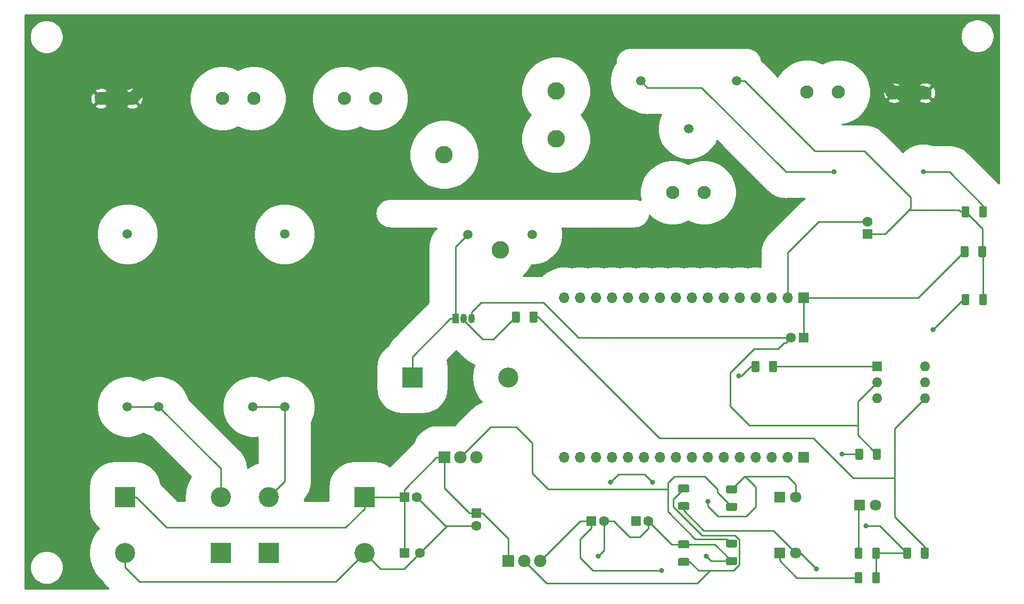
<source format=gbr>
G04 #@! TF.GenerationSoftware,KiCad,Pcbnew,(5.1.4)-1*
G04 #@! TF.CreationDate,2021-06-18T12:34:54+02:00*
G04 #@! TF.ProjectId,IOT SMART SWITCH,494f5420-534d-4415-9254-205357495443,1.0*
G04 #@! TF.SameCoordinates,Original*
G04 #@! TF.FileFunction,Copper,L1,Top*
G04 #@! TF.FilePolarity,Positive*
%FSLAX46Y46*%
G04 Gerber Fmt 4.6, Leading zero omitted, Abs format (unit mm)*
G04 Created by KiCad (PCBNEW (5.1.4)-1) date 2021-06-18 12:34:54*
%MOMM*%
%LPD*%
G04 APERTURE LIST*
%ADD10O,1.700000X1.700000*%
%ADD11R,1.700000X1.700000*%
%ADD12R,1.600000X1.600000*%
%ADD13C,1.600000*%
%ADD14C,1.519000*%
%ADD15C,2.100000*%
%ADD16C,1.500000*%
%ADD17O,3.200000X3.200000*%
%ADD18R,3.200000X3.200000*%
%ADD19C,1.800000*%
%ADD20R,1.800000X1.800000*%
%ADD21C,2.800000*%
%ADD22O,1.050000X1.500000*%
%ADD23R,1.050000X1.500000*%
%ADD24C,0.100000*%
%ADD25C,1.250000*%
%ADD26O,1.600000X1.600000*%
%ADD27C,1.980000*%
%ADD28R,1.980000X1.980000*%
%ADD29C,0.800000*%
%ADD30C,0.250000*%
%ADD31C,2.000000*%
%ADD32C,0.254000*%
G04 APERTURE END LIST*
D10*
X152400000Y-77470000D03*
X154940000Y-77470000D03*
X157480000Y-77470000D03*
X160020000Y-77470000D03*
X162560000Y-77470000D03*
X165100000Y-77470000D03*
X167640000Y-77470000D03*
X170180000Y-77470000D03*
X172720000Y-77470000D03*
X175260000Y-77470000D03*
X177800000Y-77470000D03*
X180340000Y-77470000D03*
X182880000Y-77470000D03*
X185420000Y-77470000D03*
X187960000Y-77470000D03*
D11*
X190500000Y-77470000D03*
D12*
X163830000Y-113030000D03*
D13*
X165830000Y-113030000D03*
D14*
X164592000Y-42926000D03*
X179832000Y-42926000D03*
X172212000Y-50546000D03*
D15*
X169672000Y-60706000D03*
X174672000Y-60706000D03*
D16*
X107950000Y-67310000D03*
X82950000Y-67310000D03*
X82950000Y-94810000D03*
X87950000Y-94810000D03*
X102950000Y-94810000D03*
X107950000Y-94810000D03*
D12*
X127000000Y-118110000D03*
D13*
X129500000Y-118110000D03*
X200660000Y-65310000D03*
D12*
X200660000Y-67310000D03*
D13*
X129000000Y-109220000D03*
D12*
X127000000Y-109220000D03*
X138430000Y-111760000D03*
D13*
X138430000Y-113760000D03*
D12*
X190500000Y-83820000D03*
D13*
X188500000Y-83820000D03*
X158750000Y-113030000D03*
D12*
X156750000Y-113030000D03*
D17*
X143510000Y-90170000D03*
D18*
X128270000Y-90170000D03*
X120650000Y-109220000D03*
D17*
X105410000Y-109220000D03*
X120650000Y-118110000D03*
D18*
X105410000Y-118110000D03*
X82550000Y-109220000D03*
D17*
X97790000Y-109220000D03*
D18*
X97790000Y-118110000D03*
D17*
X82550000Y-118110000D03*
D19*
X201930000Y-110490000D03*
D20*
X199390000Y-110490000D03*
X186690000Y-109220000D03*
D19*
X189230000Y-109220000D03*
D20*
X186690000Y-118110000D03*
D19*
X189230000Y-118110000D03*
D11*
X190500000Y-102870000D03*
D10*
X187960000Y-102870000D03*
X185420000Y-102870000D03*
X182880000Y-102870000D03*
X180340000Y-102870000D03*
X177800000Y-102870000D03*
X175260000Y-102870000D03*
X172720000Y-102870000D03*
X170180000Y-102870000D03*
X167640000Y-102870000D03*
X165100000Y-102870000D03*
X162560000Y-102870000D03*
X160020000Y-102870000D03*
X157480000Y-102870000D03*
X154940000Y-102870000D03*
X152400000Y-102870000D03*
D21*
X142240000Y-69850000D03*
D16*
X147340000Y-67350000D03*
D21*
X151140000Y-52150000D03*
X151140000Y-44550000D03*
X133340000Y-54650000D03*
D16*
X137140000Y-67350000D03*
D22*
X136398000Y-80772000D03*
X137668000Y-80772000D03*
D23*
X135128000Y-80772000D03*
D24*
G36*
X183273504Y-87518204D02*
G01*
X183297773Y-87521804D01*
X183321571Y-87527765D01*
X183344671Y-87536030D01*
X183366849Y-87546520D01*
X183387893Y-87559133D01*
X183407598Y-87573747D01*
X183425777Y-87590223D01*
X183442253Y-87608402D01*
X183456867Y-87628107D01*
X183469480Y-87649151D01*
X183479970Y-87671329D01*
X183488235Y-87694429D01*
X183494196Y-87718227D01*
X183497796Y-87742496D01*
X183499000Y-87767000D01*
X183499000Y-89017000D01*
X183497796Y-89041504D01*
X183494196Y-89065773D01*
X183488235Y-89089571D01*
X183479970Y-89112671D01*
X183469480Y-89134849D01*
X183456867Y-89155893D01*
X183442253Y-89175598D01*
X183425777Y-89193777D01*
X183407598Y-89210253D01*
X183387893Y-89224867D01*
X183366849Y-89237480D01*
X183344671Y-89247970D01*
X183321571Y-89256235D01*
X183297773Y-89262196D01*
X183273504Y-89265796D01*
X183249000Y-89267000D01*
X182499000Y-89267000D01*
X182474496Y-89265796D01*
X182450227Y-89262196D01*
X182426429Y-89256235D01*
X182403329Y-89247970D01*
X182381151Y-89237480D01*
X182360107Y-89224867D01*
X182340402Y-89210253D01*
X182322223Y-89193777D01*
X182305747Y-89175598D01*
X182291133Y-89155893D01*
X182278520Y-89134849D01*
X182268030Y-89112671D01*
X182259765Y-89089571D01*
X182253804Y-89065773D01*
X182250204Y-89041504D01*
X182249000Y-89017000D01*
X182249000Y-87767000D01*
X182250204Y-87742496D01*
X182253804Y-87718227D01*
X182259765Y-87694429D01*
X182268030Y-87671329D01*
X182278520Y-87649151D01*
X182291133Y-87628107D01*
X182305747Y-87608402D01*
X182322223Y-87590223D01*
X182340402Y-87573747D01*
X182360107Y-87559133D01*
X182381151Y-87546520D01*
X182403329Y-87536030D01*
X182426429Y-87527765D01*
X182450227Y-87521804D01*
X182474496Y-87518204D01*
X182499000Y-87517000D01*
X183249000Y-87517000D01*
X183273504Y-87518204D01*
X183273504Y-87518204D01*
G37*
D25*
X182874000Y-88392000D03*
D24*
G36*
X186073504Y-87518204D02*
G01*
X186097773Y-87521804D01*
X186121571Y-87527765D01*
X186144671Y-87536030D01*
X186166849Y-87546520D01*
X186187893Y-87559133D01*
X186207598Y-87573747D01*
X186225777Y-87590223D01*
X186242253Y-87608402D01*
X186256867Y-87628107D01*
X186269480Y-87649151D01*
X186279970Y-87671329D01*
X186288235Y-87694429D01*
X186294196Y-87718227D01*
X186297796Y-87742496D01*
X186299000Y-87767000D01*
X186299000Y-89017000D01*
X186297796Y-89041504D01*
X186294196Y-89065773D01*
X186288235Y-89089571D01*
X186279970Y-89112671D01*
X186269480Y-89134849D01*
X186256867Y-89155893D01*
X186242253Y-89175598D01*
X186225777Y-89193777D01*
X186207598Y-89210253D01*
X186187893Y-89224867D01*
X186166849Y-89237480D01*
X186144671Y-89247970D01*
X186121571Y-89256235D01*
X186097773Y-89262196D01*
X186073504Y-89265796D01*
X186049000Y-89267000D01*
X185299000Y-89267000D01*
X185274496Y-89265796D01*
X185250227Y-89262196D01*
X185226429Y-89256235D01*
X185203329Y-89247970D01*
X185181151Y-89237480D01*
X185160107Y-89224867D01*
X185140402Y-89210253D01*
X185122223Y-89193777D01*
X185105747Y-89175598D01*
X185091133Y-89155893D01*
X185078520Y-89134849D01*
X185068030Y-89112671D01*
X185059765Y-89089571D01*
X185053804Y-89065773D01*
X185050204Y-89041504D01*
X185049000Y-89017000D01*
X185049000Y-87767000D01*
X185050204Y-87742496D01*
X185053804Y-87718227D01*
X185059765Y-87694429D01*
X185068030Y-87671329D01*
X185078520Y-87649151D01*
X185091133Y-87628107D01*
X185105747Y-87608402D01*
X185122223Y-87590223D01*
X185140402Y-87573747D01*
X185160107Y-87559133D01*
X185181151Y-87546520D01*
X185203329Y-87536030D01*
X185226429Y-87527765D01*
X185250227Y-87521804D01*
X185274496Y-87518204D01*
X185299000Y-87517000D01*
X186049000Y-87517000D01*
X186073504Y-87518204D01*
X186073504Y-87518204D01*
G37*
D25*
X185674000Y-88392000D03*
D24*
G36*
X210203504Y-117236204D02*
G01*
X210227773Y-117239804D01*
X210251571Y-117245765D01*
X210274671Y-117254030D01*
X210296849Y-117264520D01*
X210317893Y-117277133D01*
X210337598Y-117291747D01*
X210355777Y-117308223D01*
X210372253Y-117326402D01*
X210386867Y-117346107D01*
X210399480Y-117367151D01*
X210409970Y-117389329D01*
X210418235Y-117412429D01*
X210424196Y-117436227D01*
X210427796Y-117460496D01*
X210429000Y-117485000D01*
X210429000Y-118735000D01*
X210427796Y-118759504D01*
X210424196Y-118783773D01*
X210418235Y-118807571D01*
X210409970Y-118830671D01*
X210399480Y-118852849D01*
X210386867Y-118873893D01*
X210372253Y-118893598D01*
X210355777Y-118911777D01*
X210337598Y-118928253D01*
X210317893Y-118942867D01*
X210296849Y-118955480D01*
X210274671Y-118965970D01*
X210251571Y-118974235D01*
X210227773Y-118980196D01*
X210203504Y-118983796D01*
X210179000Y-118985000D01*
X209429000Y-118985000D01*
X209404496Y-118983796D01*
X209380227Y-118980196D01*
X209356429Y-118974235D01*
X209333329Y-118965970D01*
X209311151Y-118955480D01*
X209290107Y-118942867D01*
X209270402Y-118928253D01*
X209252223Y-118911777D01*
X209235747Y-118893598D01*
X209221133Y-118873893D01*
X209208520Y-118852849D01*
X209198030Y-118830671D01*
X209189765Y-118807571D01*
X209183804Y-118783773D01*
X209180204Y-118759504D01*
X209179000Y-118735000D01*
X209179000Y-117485000D01*
X209180204Y-117460496D01*
X209183804Y-117436227D01*
X209189765Y-117412429D01*
X209198030Y-117389329D01*
X209208520Y-117367151D01*
X209221133Y-117346107D01*
X209235747Y-117326402D01*
X209252223Y-117308223D01*
X209270402Y-117291747D01*
X209290107Y-117277133D01*
X209311151Y-117264520D01*
X209333329Y-117254030D01*
X209356429Y-117245765D01*
X209380227Y-117239804D01*
X209404496Y-117236204D01*
X209429000Y-117235000D01*
X210179000Y-117235000D01*
X210203504Y-117236204D01*
X210203504Y-117236204D01*
G37*
D25*
X209804000Y-118110000D03*
D24*
G36*
X207403504Y-117236204D02*
G01*
X207427773Y-117239804D01*
X207451571Y-117245765D01*
X207474671Y-117254030D01*
X207496849Y-117264520D01*
X207517893Y-117277133D01*
X207537598Y-117291747D01*
X207555777Y-117308223D01*
X207572253Y-117326402D01*
X207586867Y-117346107D01*
X207599480Y-117367151D01*
X207609970Y-117389329D01*
X207618235Y-117412429D01*
X207624196Y-117436227D01*
X207627796Y-117460496D01*
X207629000Y-117485000D01*
X207629000Y-118735000D01*
X207627796Y-118759504D01*
X207624196Y-118783773D01*
X207618235Y-118807571D01*
X207609970Y-118830671D01*
X207599480Y-118852849D01*
X207586867Y-118873893D01*
X207572253Y-118893598D01*
X207555777Y-118911777D01*
X207537598Y-118928253D01*
X207517893Y-118942867D01*
X207496849Y-118955480D01*
X207474671Y-118965970D01*
X207451571Y-118974235D01*
X207427773Y-118980196D01*
X207403504Y-118983796D01*
X207379000Y-118985000D01*
X206629000Y-118985000D01*
X206604496Y-118983796D01*
X206580227Y-118980196D01*
X206556429Y-118974235D01*
X206533329Y-118965970D01*
X206511151Y-118955480D01*
X206490107Y-118942867D01*
X206470402Y-118928253D01*
X206452223Y-118911777D01*
X206435747Y-118893598D01*
X206421133Y-118873893D01*
X206408520Y-118852849D01*
X206398030Y-118830671D01*
X206389765Y-118807571D01*
X206383804Y-118783773D01*
X206380204Y-118759504D01*
X206379000Y-118735000D01*
X206379000Y-117485000D01*
X206380204Y-117460496D01*
X206383804Y-117436227D01*
X206389765Y-117412429D01*
X206398030Y-117389329D01*
X206408520Y-117367151D01*
X206421133Y-117346107D01*
X206435747Y-117326402D01*
X206452223Y-117308223D01*
X206470402Y-117291747D01*
X206490107Y-117277133D01*
X206511151Y-117264520D01*
X206533329Y-117254030D01*
X206556429Y-117245765D01*
X206580227Y-117239804D01*
X206604496Y-117236204D01*
X206629000Y-117235000D01*
X207379000Y-117235000D01*
X207403504Y-117236204D01*
X207403504Y-117236204D01*
G37*
D25*
X207004000Y-118110000D03*
D24*
G36*
X147973504Y-79644204D02*
G01*
X147997773Y-79647804D01*
X148021571Y-79653765D01*
X148044671Y-79662030D01*
X148066849Y-79672520D01*
X148087893Y-79685133D01*
X148107598Y-79699747D01*
X148125777Y-79716223D01*
X148142253Y-79734402D01*
X148156867Y-79754107D01*
X148169480Y-79775151D01*
X148179970Y-79797329D01*
X148188235Y-79820429D01*
X148194196Y-79844227D01*
X148197796Y-79868496D01*
X148199000Y-79893000D01*
X148199000Y-81143000D01*
X148197796Y-81167504D01*
X148194196Y-81191773D01*
X148188235Y-81215571D01*
X148179970Y-81238671D01*
X148169480Y-81260849D01*
X148156867Y-81281893D01*
X148142253Y-81301598D01*
X148125777Y-81319777D01*
X148107598Y-81336253D01*
X148087893Y-81350867D01*
X148066849Y-81363480D01*
X148044671Y-81373970D01*
X148021571Y-81382235D01*
X147997773Y-81388196D01*
X147973504Y-81391796D01*
X147949000Y-81393000D01*
X147199000Y-81393000D01*
X147174496Y-81391796D01*
X147150227Y-81388196D01*
X147126429Y-81382235D01*
X147103329Y-81373970D01*
X147081151Y-81363480D01*
X147060107Y-81350867D01*
X147040402Y-81336253D01*
X147022223Y-81319777D01*
X147005747Y-81301598D01*
X146991133Y-81281893D01*
X146978520Y-81260849D01*
X146968030Y-81238671D01*
X146959765Y-81215571D01*
X146953804Y-81191773D01*
X146950204Y-81167504D01*
X146949000Y-81143000D01*
X146949000Y-79893000D01*
X146950204Y-79868496D01*
X146953804Y-79844227D01*
X146959765Y-79820429D01*
X146968030Y-79797329D01*
X146978520Y-79775151D01*
X146991133Y-79754107D01*
X147005747Y-79734402D01*
X147022223Y-79716223D01*
X147040402Y-79699747D01*
X147060107Y-79685133D01*
X147081151Y-79672520D01*
X147103329Y-79662030D01*
X147126429Y-79653765D01*
X147150227Y-79647804D01*
X147174496Y-79644204D01*
X147199000Y-79643000D01*
X147949000Y-79643000D01*
X147973504Y-79644204D01*
X147973504Y-79644204D01*
G37*
D25*
X147574000Y-80518000D03*
D24*
G36*
X145173504Y-79644204D02*
G01*
X145197773Y-79647804D01*
X145221571Y-79653765D01*
X145244671Y-79662030D01*
X145266849Y-79672520D01*
X145287893Y-79685133D01*
X145307598Y-79699747D01*
X145325777Y-79716223D01*
X145342253Y-79734402D01*
X145356867Y-79754107D01*
X145369480Y-79775151D01*
X145379970Y-79797329D01*
X145388235Y-79820429D01*
X145394196Y-79844227D01*
X145397796Y-79868496D01*
X145399000Y-79893000D01*
X145399000Y-81143000D01*
X145397796Y-81167504D01*
X145394196Y-81191773D01*
X145388235Y-81215571D01*
X145379970Y-81238671D01*
X145369480Y-81260849D01*
X145356867Y-81281893D01*
X145342253Y-81301598D01*
X145325777Y-81319777D01*
X145307598Y-81336253D01*
X145287893Y-81350867D01*
X145266849Y-81363480D01*
X145244671Y-81373970D01*
X145221571Y-81382235D01*
X145197773Y-81388196D01*
X145173504Y-81391796D01*
X145149000Y-81393000D01*
X144399000Y-81393000D01*
X144374496Y-81391796D01*
X144350227Y-81388196D01*
X144326429Y-81382235D01*
X144303329Y-81373970D01*
X144281151Y-81363480D01*
X144260107Y-81350867D01*
X144240402Y-81336253D01*
X144222223Y-81319777D01*
X144205747Y-81301598D01*
X144191133Y-81281893D01*
X144178520Y-81260849D01*
X144168030Y-81238671D01*
X144159765Y-81215571D01*
X144153804Y-81191773D01*
X144150204Y-81167504D01*
X144149000Y-81143000D01*
X144149000Y-79893000D01*
X144150204Y-79868496D01*
X144153804Y-79844227D01*
X144159765Y-79820429D01*
X144168030Y-79797329D01*
X144178520Y-79775151D01*
X144191133Y-79754107D01*
X144205747Y-79734402D01*
X144222223Y-79716223D01*
X144240402Y-79699747D01*
X144260107Y-79685133D01*
X144281151Y-79672520D01*
X144303329Y-79662030D01*
X144326429Y-79653765D01*
X144350227Y-79647804D01*
X144374496Y-79644204D01*
X144399000Y-79643000D01*
X145149000Y-79643000D01*
X145173504Y-79644204D01*
X145173504Y-79644204D01*
G37*
D25*
X144774000Y-80518000D03*
D24*
G36*
X219477504Y-62880204D02*
G01*
X219501773Y-62883804D01*
X219525571Y-62889765D01*
X219548671Y-62898030D01*
X219570849Y-62908520D01*
X219591893Y-62921133D01*
X219611598Y-62935747D01*
X219629777Y-62952223D01*
X219646253Y-62970402D01*
X219660867Y-62990107D01*
X219673480Y-63011151D01*
X219683970Y-63033329D01*
X219692235Y-63056429D01*
X219698196Y-63080227D01*
X219701796Y-63104496D01*
X219703000Y-63129000D01*
X219703000Y-64379000D01*
X219701796Y-64403504D01*
X219698196Y-64427773D01*
X219692235Y-64451571D01*
X219683970Y-64474671D01*
X219673480Y-64496849D01*
X219660867Y-64517893D01*
X219646253Y-64537598D01*
X219629777Y-64555777D01*
X219611598Y-64572253D01*
X219591893Y-64586867D01*
X219570849Y-64599480D01*
X219548671Y-64609970D01*
X219525571Y-64618235D01*
X219501773Y-64624196D01*
X219477504Y-64627796D01*
X219453000Y-64629000D01*
X218703000Y-64629000D01*
X218678496Y-64627796D01*
X218654227Y-64624196D01*
X218630429Y-64618235D01*
X218607329Y-64609970D01*
X218585151Y-64599480D01*
X218564107Y-64586867D01*
X218544402Y-64572253D01*
X218526223Y-64555777D01*
X218509747Y-64537598D01*
X218495133Y-64517893D01*
X218482520Y-64496849D01*
X218472030Y-64474671D01*
X218463765Y-64451571D01*
X218457804Y-64427773D01*
X218454204Y-64403504D01*
X218453000Y-64379000D01*
X218453000Y-63129000D01*
X218454204Y-63104496D01*
X218457804Y-63080227D01*
X218463765Y-63056429D01*
X218472030Y-63033329D01*
X218482520Y-63011151D01*
X218495133Y-62990107D01*
X218509747Y-62970402D01*
X218526223Y-62952223D01*
X218544402Y-62935747D01*
X218564107Y-62921133D01*
X218585151Y-62908520D01*
X218607329Y-62898030D01*
X218630429Y-62889765D01*
X218654227Y-62883804D01*
X218678496Y-62880204D01*
X218703000Y-62879000D01*
X219453000Y-62879000D01*
X219477504Y-62880204D01*
X219477504Y-62880204D01*
G37*
D25*
X219078000Y-63754000D03*
D24*
G36*
X216677504Y-62880204D02*
G01*
X216701773Y-62883804D01*
X216725571Y-62889765D01*
X216748671Y-62898030D01*
X216770849Y-62908520D01*
X216791893Y-62921133D01*
X216811598Y-62935747D01*
X216829777Y-62952223D01*
X216846253Y-62970402D01*
X216860867Y-62990107D01*
X216873480Y-63011151D01*
X216883970Y-63033329D01*
X216892235Y-63056429D01*
X216898196Y-63080227D01*
X216901796Y-63104496D01*
X216903000Y-63129000D01*
X216903000Y-64379000D01*
X216901796Y-64403504D01*
X216898196Y-64427773D01*
X216892235Y-64451571D01*
X216883970Y-64474671D01*
X216873480Y-64496849D01*
X216860867Y-64517893D01*
X216846253Y-64537598D01*
X216829777Y-64555777D01*
X216811598Y-64572253D01*
X216791893Y-64586867D01*
X216770849Y-64599480D01*
X216748671Y-64609970D01*
X216725571Y-64618235D01*
X216701773Y-64624196D01*
X216677504Y-64627796D01*
X216653000Y-64629000D01*
X215903000Y-64629000D01*
X215878496Y-64627796D01*
X215854227Y-64624196D01*
X215830429Y-64618235D01*
X215807329Y-64609970D01*
X215785151Y-64599480D01*
X215764107Y-64586867D01*
X215744402Y-64572253D01*
X215726223Y-64555777D01*
X215709747Y-64537598D01*
X215695133Y-64517893D01*
X215682520Y-64496849D01*
X215672030Y-64474671D01*
X215663765Y-64451571D01*
X215657804Y-64427773D01*
X215654204Y-64403504D01*
X215653000Y-64379000D01*
X215653000Y-63129000D01*
X215654204Y-63104496D01*
X215657804Y-63080227D01*
X215663765Y-63056429D01*
X215672030Y-63033329D01*
X215682520Y-63011151D01*
X215695133Y-62990107D01*
X215709747Y-62970402D01*
X215726223Y-62952223D01*
X215744402Y-62935747D01*
X215764107Y-62921133D01*
X215785151Y-62908520D01*
X215807329Y-62898030D01*
X215830429Y-62889765D01*
X215854227Y-62883804D01*
X215878496Y-62880204D01*
X215903000Y-62879000D01*
X216653000Y-62879000D01*
X216677504Y-62880204D01*
X216677504Y-62880204D01*
G37*
D25*
X216278000Y-63754000D03*
D24*
G36*
X216547504Y-69230204D02*
G01*
X216571773Y-69233804D01*
X216595571Y-69239765D01*
X216618671Y-69248030D01*
X216640849Y-69258520D01*
X216661893Y-69271133D01*
X216681598Y-69285747D01*
X216699777Y-69302223D01*
X216716253Y-69320402D01*
X216730867Y-69340107D01*
X216743480Y-69361151D01*
X216753970Y-69383329D01*
X216762235Y-69406429D01*
X216768196Y-69430227D01*
X216771796Y-69454496D01*
X216773000Y-69479000D01*
X216773000Y-70729000D01*
X216771796Y-70753504D01*
X216768196Y-70777773D01*
X216762235Y-70801571D01*
X216753970Y-70824671D01*
X216743480Y-70846849D01*
X216730867Y-70867893D01*
X216716253Y-70887598D01*
X216699777Y-70905777D01*
X216681598Y-70922253D01*
X216661893Y-70936867D01*
X216640849Y-70949480D01*
X216618671Y-70959970D01*
X216595571Y-70968235D01*
X216571773Y-70974196D01*
X216547504Y-70977796D01*
X216523000Y-70979000D01*
X215773000Y-70979000D01*
X215748496Y-70977796D01*
X215724227Y-70974196D01*
X215700429Y-70968235D01*
X215677329Y-70959970D01*
X215655151Y-70949480D01*
X215634107Y-70936867D01*
X215614402Y-70922253D01*
X215596223Y-70905777D01*
X215579747Y-70887598D01*
X215565133Y-70867893D01*
X215552520Y-70846849D01*
X215542030Y-70824671D01*
X215533765Y-70801571D01*
X215527804Y-70777773D01*
X215524204Y-70753504D01*
X215523000Y-70729000D01*
X215523000Y-69479000D01*
X215524204Y-69454496D01*
X215527804Y-69430227D01*
X215533765Y-69406429D01*
X215542030Y-69383329D01*
X215552520Y-69361151D01*
X215565133Y-69340107D01*
X215579747Y-69320402D01*
X215596223Y-69302223D01*
X215614402Y-69285747D01*
X215634107Y-69271133D01*
X215655151Y-69258520D01*
X215677329Y-69248030D01*
X215700429Y-69239765D01*
X215724227Y-69233804D01*
X215748496Y-69230204D01*
X215773000Y-69229000D01*
X216523000Y-69229000D01*
X216547504Y-69230204D01*
X216547504Y-69230204D01*
G37*
D25*
X216148000Y-70104000D03*
D24*
G36*
X219347504Y-69230204D02*
G01*
X219371773Y-69233804D01*
X219395571Y-69239765D01*
X219418671Y-69248030D01*
X219440849Y-69258520D01*
X219461893Y-69271133D01*
X219481598Y-69285747D01*
X219499777Y-69302223D01*
X219516253Y-69320402D01*
X219530867Y-69340107D01*
X219543480Y-69361151D01*
X219553970Y-69383329D01*
X219562235Y-69406429D01*
X219568196Y-69430227D01*
X219571796Y-69454496D01*
X219573000Y-69479000D01*
X219573000Y-70729000D01*
X219571796Y-70753504D01*
X219568196Y-70777773D01*
X219562235Y-70801571D01*
X219553970Y-70824671D01*
X219543480Y-70846849D01*
X219530867Y-70867893D01*
X219516253Y-70887598D01*
X219499777Y-70905777D01*
X219481598Y-70922253D01*
X219461893Y-70936867D01*
X219440849Y-70949480D01*
X219418671Y-70959970D01*
X219395571Y-70968235D01*
X219371773Y-70974196D01*
X219347504Y-70977796D01*
X219323000Y-70979000D01*
X218573000Y-70979000D01*
X218548496Y-70977796D01*
X218524227Y-70974196D01*
X218500429Y-70968235D01*
X218477329Y-70959970D01*
X218455151Y-70949480D01*
X218434107Y-70936867D01*
X218414402Y-70922253D01*
X218396223Y-70905777D01*
X218379747Y-70887598D01*
X218365133Y-70867893D01*
X218352520Y-70846849D01*
X218342030Y-70824671D01*
X218333765Y-70801571D01*
X218327804Y-70777773D01*
X218324204Y-70753504D01*
X218323000Y-70729000D01*
X218323000Y-69479000D01*
X218324204Y-69454496D01*
X218327804Y-69430227D01*
X218333765Y-69406429D01*
X218342030Y-69383329D01*
X218352520Y-69361151D01*
X218365133Y-69340107D01*
X218379747Y-69320402D01*
X218396223Y-69302223D01*
X218414402Y-69285747D01*
X218434107Y-69271133D01*
X218455151Y-69258520D01*
X218477329Y-69248030D01*
X218500429Y-69239765D01*
X218524227Y-69233804D01*
X218548496Y-69230204D01*
X218573000Y-69229000D01*
X219323000Y-69229000D01*
X219347504Y-69230204D01*
X219347504Y-69230204D01*
G37*
D25*
X218948000Y-70104000D03*
D24*
G36*
X216677504Y-76850204D02*
G01*
X216701773Y-76853804D01*
X216725571Y-76859765D01*
X216748671Y-76868030D01*
X216770849Y-76878520D01*
X216791893Y-76891133D01*
X216811598Y-76905747D01*
X216829777Y-76922223D01*
X216846253Y-76940402D01*
X216860867Y-76960107D01*
X216873480Y-76981151D01*
X216883970Y-77003329D01*
X216892235Y-77026429D01*
X216898196Y-77050227D01*
X216901796Y-77074496D01*
X216903000Y-77099000D01*
X216903000Y-78349000D01*
X216901796Y-78373504D01*
X216898196Y-78397773D01*
X216892235Y-78421571D01*
X216883970Y-78444671D01*
X216873480Y-78466849D01*
X216860867Y-78487893D01*
X216846253Y-78507598D01*
X216829777Y-78525777D01*
X216811598Y-78542253D01*
X216791893Y-78556867D01*
X216770849Y-78569480D01*
X216748671Y-78579970D01*
X216725571Y-78588235D01*
X216701773Y-78594196D01*
X216677504Y-78597796D01*
X216653000Y-78599000D01*
X215903000Y-78599000D01*
X215878496Y-78597796D01*
X215854227Y-78594196D01*
X215830429Y-78588235D01*
X215807329Y-78579970D01*
X215785151Y-78569480D01*
X215764107Y-78556867D01*
X215744402Y-78542253D01*
X215726223Y-78525777D01*
X215709747Y-78507598D01*
X215695133Y-78487893D01*
X215682520Y-78466849D01*
X215672030Y-78444671D01*
X215663765Y-78421571D01*
X215657804Y-78397773D01*
X215654204Y-78373504D01*
X215653000Y-78349000D01*
X215653000Y-77099000D01*
X215654204Y-77074496D01*
X215657804Y-77050227D01*
X215663765Y-77026429D01*
X215672030Y-77003329D01*
X215682520Y-76981151D01*
X215695133Y-76960107D01*
X215709747Y-76940402D01*
X215726223Y-76922223D01*
X215744402Y-76905747D01*
X215764107Y-76891133D01*
X215785151Y-76878520D01*
X215807329Y-76868030D01*
X215830429Y-76859765D01*
X215854227Y-76853804D01*
X215878496Y-76850204D01*
X215903000Y-76849000D01*
X216653000Y-76849000D01*
X216677504Y-76850204D01*
X216677504Y-76850204D01*
G37*
D25*
X216278000Y-77724000D03*
D24*
G36*
X219477504Y-76850204D02*
G01*
X219501773Y-76853804D01*
X219525571Y-76859765D01*
X219548671Y-76868030D01*
X219570849Y-76878520D01*
X219591893Y-76891133D01*
X219611598Y-76905747D01*
X219629777Y-76922223D01*
X219646253Y-76940402D01*
X219660867Y-76960107D01*
X219673480Y-76981151D01*
X219683970Y-77003329D01*
X219692235Y-77026429D01*
X219698196Y-77050227D01*
X219701796Y-77074496D01*
X219703000Y-77099000D01*
X219703000Y-78349000D01*
X219701796Y-78373504D01*
X219698196Y-78397773D01*
X219692235Y-78421571D01*
X219683970Y-78444671D01*
X219673480Y-78466849D01*
X219660867Y-78487893D01*
X219646253Y-78507598D01*
X219629777Y-78525777D01*
X219611598Y-78542253D01*
X219591893Y-78556867D01*
X219570849Y-78569480D01*
X219548671Y-78579970D01*
X219525571Y-78588235D01*
X219501773Y-78594196D01*
X219477504Y-78597796D01*
X219453000Y-78599000D01*
X218703000Y-78599000D01*
X218678496Y-78597796D01*
X218654227Y-78594196D01*
X218630429Y-78588235D01*
X218607329Y-78579970D01*
X218585151Y-78569480D01*
X218564107Y-78556867D01*
X218544402Y-78542253D01*
X218526223Y-78525777D01*
X218509747Y-78507598D01*
X218495133Y-78487893D01*
X218482520Y-78466849D01*
X218472030Y-78444671D01*
X218463765Y-78421571D01*
X218457804Y-78397773D01*
X218454204Y-78373504D01*
X218453000Y-78349000D01*
X218453000Y-77099000D01*
X218454204Y-77074496D01*
X218457804Y-77050227D01*
X218463765Y-77026429D01*
X218472030Y-77003329D01*
X218482520Y-76981151D01*
X218495133Y-76960107D01*
X218509747Y-76940402D01*
X218526223Y-76922223D01*
X218544402Y-76905747D01*
X218564107Y-76891133D01*
X218585151Y-76878520D01*
X218607329Y-76868030D01*
X218630429Y-76859765D01*
X218654227Y-76853804D01*
X218678496Y-76850204D01*
X218703000Y-76849000D01*
X219453000Y-76849000D01*
X219477504Y-76850204D01*
X219477504Y-76850204D01*
G37*
D25*
X219078000Y-77724000D03*
D24*
G36*
X199659504Y-117236204D02*
G01*
X199683773Y-117239804D01*
X199707571Y-117245765D01*
X199730671Y-117254030D01*
X199752849Y-117264520D01*
X199773893Y-117277133D01*
X199793598Y-117291747D01*
X199811777Y-117308223D01*
X199828253Y-117326402D01*
X199842867Y-117346107D01*
X199855480Y-117367151D01*
X199865970Y-117389329D01*
X199874235Y-117412429D01*
X199880196Y-117436227D01*
X199883796Y-117460496D01*
X199885000Y-117485000D01*
X199885000Y-118735000D01*
X199883796Y-118759504D01*
X199880196Y-118783773D01*
X199874235Y-118807571D01*
X199865970Y-118830671D01*
X199855480Y-118852849D01*
X199842867Y-118873893D01*
X199828253Y-118893598D01*
X199811777Y-118911777D01*
X199793598Y-118928253D01*
X199773893Y-118942867D01*
X199752849Y-118955480D01*
X199730671Y-118965970D01*
X199707571Y-118974235D01*
X199683773Y-118980196D01*
X199659504Y-118983796D01*
X199635000Y-118985000D01*
X198885000Y-118985000D01*
X198860496Y-118983796D01*
X198836227Y-118980196D01*
X198812429Y-118974235D01*
X198789329Y-118965970D01*
X198767151Y-118955480D01*
X198746107Y-118942867D01*
X198726402Y-118928253D01*
X198708223Y-118911777D01*
X198691747Y-118893598D01*
X198677133Y-118873893D01*
X198664520Y-118852849D01*
X198654030Y-118830671D01*
X198645765Y-118807571D01*
X198639804Y-118783773D01*
X198636204Y-118759504D01*
X198635000Y-118735000D01*
X198635000Y-117485000D01*
X198636204Y-117460496D01*
X198639804Y-117436227D01*
X198645765Y-117412429D01*
X198654030Y-117389329D01*
X198664520Y-117367151D01*
X198677133Y-117346107D01*
X198691747Y-117326402D01*
X198708223Y-117308223D01*
X198726402Y-117291747D01*
X198746107Y-117277133D01*
X198767151Y-117264520D01*
X198789329Y-117254030D01*
X198812429Y-117245765D01*
X198836227Y-117239804D01*
X198860496Y-117236204D01*
X198885000Y-117235000D01*
X199635000Y-117235000D01*
X199659504Y-117236204D01*
X199659504Y-117236204D01*
G37*
D25*
X199260000Y-118110000D03*
D24*
G36*
X202459504Y-117236204D02*
G01*
X202483773Y-117239804D01*
X202507571Y-117245765D01*
X202530671Y-117254030D01*
X202552849Y-117264520D01*
X202573893Y-117277133D01*
X202593598Y-117291747D01*
X202611777Y-117308223D01*
X202628253Y-117326402D01*
X202642867Y-117346107D01*
X202655480Y-117367151D01*
X202665970Y-117389329D01*
X202674235Y-117412429D01*
X202680196Y-117436227D01*
X202683796Y-117460496D01*
X202685000Y-117485000D01*
X202685000Y-118735000D01*
X202683796Y-118759504D01*
X202680196Y-118783773D01*
X202674235Y-118807571D01*
X202665970Y-118830671D01*
X202655480Y-118852849D01*
X202642867Y-118873893D01*
X202628253Y-118893598D01*
X202611777Y-118911777D01*
X202593598Y-118928253D01*
X202573893Y-118942867D01*
X202552849Y-118955480D01*
X202530671Y-118965970D01*
X202507571Y-118974235D01*
X202483773Y-118980196D01*
X202459504Y-118983796D01*
X202435000Y-118985000D01*
X201685000Y-118985000D01*
X201660496Y-118983796D01*
X201636227Y-118980196D01*
X201612429Y-118974235D01*
X201589329Y-118965970D01*
X201567151Y-118955480D01*
X201546107Y-118942867D01*
X201526402Y-118928253D01*
X201508223Y-118911777D01*
X201491747Y-118893598D01*
X201477133Y-118873893D01*
X201464520Y-118852849D01*
X201454030Y-118830671D01*
X201445765Y-118807571D01*
X201439804Y-118783773D01*
X201436204Y-118759504D01*
X201435000Y-118735000D01*
X201435000Y-117485000D01*
X201436204Y-117460496D01*
X201439804Y-117436227D01*
X201445765Y-117412429D01*
X201454030Y-117389329D01*
X201464520Y-117367151D01*
X201477133Y-117346107D01*
X201491747Y-117326402D01*
X201508223Y-117308223D01*
X201526402Y-117291747D01*
X201546107Y-117277133D01*
X201567151Y-117264520D01*
X201589329Y-117254030D01*
X201612429Y-117245765D01*
X201636227Y-117239804D01*
X201660496Y-117236204D01*
X201685000Y-117235000D01*
X202435000Y-117235000D01*
X202459504Y-117236204D01*
X202459504Y-117236204D01*
G37*
D25*
X202060000Y-118110000D03*
D24*
G36*
X179719504Y-107326204D02*
G01*
X179743773Y-107329804D01*
X179767571Y-107335765D01*
X179790671Y-107344030D01*
X179812849Y-107354520D01*
X179833893Y-107367133D01*
X179853598Y-107381747D01*
X179871777Y-107398223D01*
X179888253Y-107416402D01*
X179902867Y-107436107D01*
X179915480Y-107457151D01*
X179925970Y-107479329D01*
X179934235Y-107502429D01*
X179940196Y-107526227D01*
X179943796Y-107550496D01*
X179945000Y-107575000D01*
X179945000Y-108325000D01*
X179943796Y-108349504D01*
X179940196Y-108373773D01*
X179934235Y-108397571D01*
X179925970Y-108420671D01*
X179915480Y-108442849D01*
X179902867Y-108463893D01*
X179888253Y-108483598D01*
X179871777Y-108501777D01*
X179853598Y-108518253D01*
X179833893Y-108532867D01*
X179812849Y-108545480D01*
X179790671Y-108555970D01*
X179767571Y-108564235D01*
X179743773Y-108570196D01*
X179719504Y-108573796D01*
X179695000Y-108575000D01*
X178445000Y-108575000D01*
X178420496Y-108573796D01*
X178396227Y-108570196D01*
X178372429Y-108564235D01*
X178349329Y-108555970D01*
X178327151Y-108545480D01*
X178306107Y-108532867D01*
X178286402Y-108518253D01*
X178268223Y-108501777D01*
X178251747Y-108483598D01*
X178237133Y-108463893D01*
X178224520Y-108442849D01*
X178214030Y-108420671D01*
X178205765Y-108397571D01*
X178199804Y-108373773D01*
X178196204Y-108349504D01*
X178195000Y-108325000D01*
X178195000Y-107575000D01*
X178196204Y-107550496D01*
X178199804Y-107526227D01*
X178205765Y-107502429D01*
X178214030Y-107479329D01*
X178224520Y-107457151D01*
X178237133Y-107436107D01*
X178251747Y-107416402D01*
X178268223Y-107398223D01*
X178286402Y-107381747D01*
X178306107Y-107367133D01*
X178327151Y-107354520D01*
X178349329Y-107344030D01*
X178372429Y-107335765D01*
X178396227Y-107329804D01*
X178420496Y-107326204D01*
X178445000Y-107325000D01*
X179695000Y-107325000D01*
X179719504Y-107326204D01*
X179719504Y-107326204D01*
G37*
D25*
X179070000Y-107950000D03*
D24*
G36*
X179719504Y-110126204D02*
G01*
X179743773Y-110129804D01*
X179767571Y-110135765D01*
X179790671Y-110144030D01*
X179812849Y-110154520D01*
X179833893Y-110167133D01*
X179853598Y-110181747D01*
X179871777Y-110198223D01*
X179888253Y-110216402D01*
X179902867Y-110236107D01*
X179915480Y-110257151D01*
X179925970Y-110279329D01*
X179934235Y-110302429D01*
X179940196Y-110326227D01*
X179943796Y-110350496D01*
X179945000Y-110375000D01*
X179945000Y-111125000D01*
X179943796Y-111149504D01*
X179940196Y-111173773D01*
X179934235Y-111197571D01*
X179925970Y-111220671D01*
X179915480Y-111242849D01*
X179902867Y-111263893D01*
X179888253Y-111283598D01*
X179871777Y-111301777D01*
X179853598Y-111318253D01*
X179833893Y-111332867D01*
X179812849Y-111345480D01*
X179790671Y-111355970D01*
X179767571Y-111364235D01*
X179743773Y-111370196D01*
X179719504Y-111373796D01*
X179695000Y-111375000D01*
X178445000Y-111375000D01*
X178420496Y-111373796D01*
X178396227Y-111370196D01*
X178372429Y-111364235D01*
X178349329Y-111355970D01*
X178327151Y-111345480D01*
X178306107Y-111332867D01*
X178286402Y-111318253D01*
X178268223Y-111301777D01*
X178251747Y-111283598D01*
X178237133Y-111263893D01*
X178224520Y-111242849D01*
X178214030Y-111220671D01*
X178205765Y-111197571D01*
X178199804Y-111173773D01*
X178196204Y-111149504D01*
X178195000Y-111125000D01*
X178195000Y-110375000D01*
X178196204Y-110350496D01*
X178199804Y-110326227D01*
X178205765Y-110302429D01*
X178214030Y-110279329D01*
X178224520Y-110257151D01*
X178237133Y-110236107D01*
X178251747Y-110216402D01*
X178268223Y-110198223D01*
X178286402Y-110181747D01*
X178306107Y-110167133D01*
X178327151Y-110154520D01*
X178349329Y-110144030D01*
X178372429Y-110135765D01*
X178396227Y-110129804D01*
X178420496Y-110126204D01*
X178445000Y-110125000D01*
X179695000Y-110125000D01*
X179719504Y-110126204D01*
X179719504Y-110126204D01*
G37*
D25*
X179070000Y-110750000D03*
D24*
G36*
X179719504Y-118756204D02*
G01*
X179743773Y-118759804D01*
X179767571Y-118765765D01*
X179790671Y-118774030D01*
X179812849Y-118784520D01*
X179833893Y-118797133D01*
X179853598Y-118811747D01*
X179871777Y-118828223D01*
X179888253Y-118846402D01*
X179902867Y-118866107D01*
X179915480Y-118887151D01*
X179925970Y-118909329D01*
X179934235Y-118932429D01*
X179940196Y-118956227D01*
X179943796Y-118980496D01*
X179945000Y-119005000D01*
X179945000Y-119755000D01*
X179943796Y-119779504D01*
X179940196Y-119803773D01*
X179934235Y-119827571D01*
X179925970Y-119850671D01*
X179915480Y-119872849D01*
X179902867Y-119893893D01*
X179888253Y-119913598D01*
X179871777Y-119931777D01*
X179853598Y-119948253D01*
X179833893Y-119962867D01*
X179812849Y-119975480D01*
X179790671Y-119985970D01*
X179767571Y-119994235D01*
X179743773Y-120000196D01*
X179719504Y-120003796D01*
X179695000Y-120005000D01*
X178445000Y-120005000D01*
X178420496Y-120003796D01*
X178396227Y-120000196D01*
X178372429Y-119994235D01*
X178349329Y-119985970D01*
X178327151Y-119975480D01*
X178306107Y-119962867D01*
X178286402Y-119948253D01*
X178268223Y-119931777D01*
X178251747Y-119913598D01*
X178237133Y-119893893D01*
X178224520Y-119872849D01*
X178214030Y-119850671D01*
X178205765Y-119827571D01*
X178199804Y-119803773D01*
X178196204Y-119779504D01*
X178195000Y-119755000D01*
X178195000Y-119005000D01*
X178196204Y-118980496D01*
X178199804Y-118956227D01*
X178205765Y-118932429D01*
X178214030Y-118909329D01*
X178224520Y-118887151D01*
X178237133Y-118866107D01*
X178251747Y-118846402D01*
X178268223Y-118828223D01*
X178286402Y-118811747D01*
X178306107Y-118797133D01*
X178327151Y-118784520D01*
X178349329Y-118774030D01*
X178372429Y-118765765D01*
X178396227Y-118759804D01*
X178420496Y-118756204D01*
X178445000Y-118755000D01*
X179695000Y-118755000D01*
X179719504Y-118756204D01*
X179719504Y-118756204D01*
G37*
D25*
X179070000Y-119380000D03*
D24*
G36*
X179719504Y-115956204D02*
G01*
X179743773Y-115959804D01*
X179767571Y-115965765D01*
X179790671Y-115974030D01*
X179812849Y-115984520D01*
X179833893Y-115997133D01*
X179853598Y-116011747D01*
X179871777Y-116028223D01*
X179888253Y-116046402D01*
X179902867Y-116066107D01*
X179915480Y-116087151D01*
X179925970Y-116109329D01*
X179934235Y-116132429D01*
X179940196Y-116156227D01*
X179943796Y-116180496D01*
X179945000Y-116205000D01*
X179945000Y-116955000D01*
X179943796Y-116979504D01*
X179940196Y-117003773D01*
X179934235Y-117027571D01*
X179925970Y-117050671D01*
X179915480Y-117072849D01*
X179902867Y-117093893D01*
X179888253Y-117113598D01*
X179871777Y-117131777D01*
X179853598Y-117148253D01*
X179833893Y-117162867D01*
X179812849Y-117175480D01*
X179790671Y-117185970D01*
X179767571Y-117194235D01*
X179743773Y-117200196D01*
X179719504Y-117203796D01*
X179695000Y-117205000D01*
X178445000Y-117205000D01*
X178420496Y-117203796D01*
X178396227Y-117200196D01*
X178372429Y-117194235D01*
X178349329Y-117185970D01*
X178327151Y-117175480D01*
X178306107Y-117162867D01*
X178286402Y-117148253D01*
X178268223Y-117131777D01*
X178251747Y-117113598D01*
X178237133Y-117093893D01*
X178224520Y-117072849D01*
X178214030Y-117050671D01*
X178205765Y-117027571D01*
X178199804Y-117003773D01*
X178196204Y-116979504D01*
X178195000Y-116955000D01*
X178195000Y-116205000D01*
X178196204Y-116180496D01*
X178199804Y-116156227D01*
X178205765Y-116132429D01*
X178214030Y-116109329D01*
X178224520Y-116087151D01*
X178237133Y-116066107D01*
X178251747Y-116046402D01*
X178268223Y-116028223D01*
X178286402Y-116011747D01*
X178306107Y-115997133D01*
X178327151Y-115984520D01*
X178349329Y-115974030D01*
X178372429Y-115965765D01*
X178396227Y-115959804D01*
X178420496Y-115956204D01*
X178445000Y-115955000D01*
X179695000Y-115955000D01*
X179719504Y-115956204D01*
X179719504Y-115956204D01*
G37*
D25*
X179070000Y-116580000D03*
D24*
G36*
X172099504Y-109996204D02*
G01*
X172123773Y-109999804D01*
X172147571Y-110005765D01*
X172170671Y-110014030D01*
X172192849Y-110024520D01*
X172213893Y-110037133D01*
X172233598Y-110051747D01*
X172251777Y-110068223D01*
X172268253Y-110086402D01*
X172282867Y-110106107D01*
X172295480Y-110127151D01*
X172305970Y-110149329D01*
X172314235Y-110172429D01*
X172320196Y-110196227D01*
X172323796Y-110220496D01*
X172325000Y-110245000D01*
X172325000Y-110995000D01*
X172323796Y-111019504D01*
X172320196Y-111043773D01*
X172314235Y-111067571D01*
X172305970Y-111090671D01*
X172295480Y-111112849D01*
X172282867Y-111133893D01*
X172268253Y-111153598D01*
X172251777Y-111171777D01*
X172233598Y-111188253D01*
X172213893Y-111202867D01*
X172192849Y-111215480D01*
X172170671Y-111225970D01*
X172147571Y-111234235D01*
X172123773Y-111240196D01*
X172099504Y-111243796D01*
X172075000Y-111245000D01*
X170825000Y-111245000D01*
X170800496Y-111243796D01*
X170776227Y-111240196D01*
X170752429Y-111234235D01*
X170729329Y-111225970D01*
X170707151Y-111215480D01*
X170686107Y-111202867D01*
X170666402Y-111188253D01*
X170648223Y-111171777D01*
X170631747Y-111153598D01*
X170617133Y-111133893D01*
X170604520Y-111112849D01*
X170594030Y-111090671D01*
X170585765Y-111067571D01*
X170579804Y-111043773D01*
X170576204Y-111019504D01*
X170575000Y-110995000D01*
X170575000Y-110245000D01*
X170576204Y-110220496D01*
X170579804Y-110196227D01*
X170585765Y-110172429D01*
X170594030Y-110149329D01*
X170604520Y-110127151D01*
X170617133Y-110106107D01*
X170631747Y-110086402D01*
X170648223Y-110068223D01*
X170666402Y-110051747D01*
X170686107Y-110037133D01*
X170707151Y-110024520D01*
X170729329Y-110014030D01*
X170752429Y-110005765D01*
X170776227Y-109999804D01*
X170800496Y-109996204D01*
X170825000Y-109995000D01*
X172075000Y-109995000D01*
X172099504Y-109996204D01*
X172099504Y-109996204D01*
G37*
D25*
X171450000Y-110620000D03*
D24*
G36*
X172099504Y-107196204D02*
G01*
X172123773Y-107199804D01*
X172147571Y-107205765D01*
X172170671Y-107214030D01*
X172192849Y-107224520D01*
X172213893Y-107237133D01*
X172233598Y-107251747D01*
X172251777Y-107268223D01*
X172268253Y-107286402D01*
X172282867Y-107306107D01*
X172295480Y-107327151D01*
X172305970Y-107349329D01*
X172314235Y-107372429D01*
X172320196Y-107396227D01*
X172323796Y-107420496D01*
X172325000Y-107445000D01*
X172325000Y-108195000D01*
X172323796Y-108219504D01*
X172320196Y-108243773D01*
X172314235Y-108267571D01*
X172305970Y-108290671D01*
X172295480Y-108312849D01*
X172282867Y-108333893D01*
X172268253Y-108353598D01*
X172251777Y-108371777D01*
X172233598Y-108388253D01*
X172213893Y-108402867D01*
X172192849Y-108415480D01*
X172170671Y-108425970D01*
X172147571Y-108434235D01*
X172123773Y-108440196D01*
X172099504Y-108443796D01*
X172075000Y-108445000D01*
X170825000Y-108445000D01*
X170800496Y-108443796D01*
X170776227Y-108440196D01*
X170752429Y-108434235D01*
X170729329Y-108425970D01*
X170707151Y-108415480D01*
X170686107Y-108402867D01*
X170666402Y-108388253D01*
X170648223Y-108371777D01*
X170631747Y-108353598D01*
X170617133Y-108333893D01*
X170604520Y-108312849D01*
X170594030Y-108290671D01*
X170585765Y-108267571D01*
X170579804Y-108243773D01*
X170576204Y-108219504D01*
X170575000Y-108195000D01*
X170575000Y-107445000D01*
X170576204Y-107420496D01*
X170579804Y-107396227D01*
X170585765Y-107372429D01*
X170594030Y-107349329D01*
X170604520Y-107327151D01*
X170617133Y-107306107D01*
X170631747Y-107286402D01*
X170648223Y-107268223D01*
X170666402Y-107251747D01*
X170686107Y-107237133D01*
X170707151Y-107224520D01*
X170729329Y-107214030D01*
X170752429Y-107205765D01*
X170776227Y-107199804D01*
X170800496Y-107196204D01*
X170825000Y-107195000D01*
X172075000Y-107195000D01*
X172099504Y-107196204D01*
X172099504Y-107196204D01*
G37*
D25*
X171450000Y-107820000D03*
D24*
G36*
X172099504Y-116086204D02*
G01*
X172123773Y-116089804D01*
X172147571Y-116095765D01*
X172170671Y-116104030D01*
X172192849Y-116114520D01*
X172213893Y-116127133D01*
X172233598Y-116141747D01*
X172251777Y-116158223D01*
X172268253Y-116176402D01*
X172282867Y-116196107D01*
X172295480Y-116217151D01*
X172305970Y-116239329D01*
X172314235Y-116262429D01*
X172320196Y-116286227D01*
X172323796Y-116310496D01*
X172325000Y-116335000D01*
X172325000Y-117085000D01*
X172323796Y-117109504D01*
X172320196Y-117133773D01*
X172314235Y-117157571D01*
X172305970Y-117180671D01*
X172295480Y-117202849D01*
X172282867Y-117223893D01*
X172268253Y-117243598D01*
X172251777Y-117261777D01*
X172233598Y-117278253D01*
X172213893Y-117292867D01*
X172192849Y-117305480D01*
X172170671Y-117315970D01*
X172147571Y-117324235D01*
X172123773Y-117330196D01*
X172099504Y-117333796D01*
X172075000Y-117335000D01*
X170825000Y-117335000D01*
X170800496Y-117333796D01*
X170776227Y-117330196D01*
X170752429Y-117324235D01*
X170729329Y-117315970D01*
X170707151Y-117305480D01*
X170686107Y-117292867D01*
X170666402Y-117278253D01*
X170648223Y-117261777D01*
X170631747Y-117243598D01*
X170617133Y-117223893D01*
X170604520Y-117202849D01*
X170594030Y-117180671D01*
X170585765Y-117157571D01*
X170579804Y-117133773D01*
X170576204Y-117109504D01*
X170575000Y-117085000D01*
X170575000Y-116335000D01*
X170576204Y-116310496D01*
X170579804Y-116286227D01*
X170585765Y-116262429D01*
X170594030Y-116239329D01*
X170604520Y-116217151D01*
X170617133Y-116196107D01*
X170631747Y-116176402D01*
X170648223Y-116158223D01*
X170666402Y-116141747D01*
X170686107Y-116127133D01*
X170707151Y-116114520D01*
X170729329Y-116104030D01*
X170752429Y-116095765D01*
X170776227Y-116089804D01*
X170800496Y-116086204D01*
X170825000Y-116085000D01*
X172075000Y-116085000D01*
X172099504Y-116086204D01*
X172099504Y-116086204D01*
G37*
D25*
X171450000Y-116710000D03*
D24*
G36*
X172099504Y-118886204D02*
G01*
X172123773Y-118889804D01*
X172147571Y-118895765D01*
X172170671Y-118904030D01*
X172192849Y-118914520D01*
X172213893Y-118927133D01*
X172233598Y-118941747D01*
X172251777Y-118958223D01*
X172268253Y-118976402D01*
X172282867Y-118996107D01*
X172295480Y-119017151D01*
X172305970Y-119039329D01*
X172314235Y-119062429D01*
X172320196Y-119086227D01*
X172323796Y-119110496D01*
X172325000Y-119135000D01*
X172325000Y-119885000D01*
X172323796Y-119909504D01*
X172320196Y-119933773D01*
X172314235Y-119957571D01*
X172305970Y-119980671D01*
X172295480Y-120002849D01*
X172282867Y-120023893D01*
X172268253Y-120043598D01*
X172251777Y-120061777D01*
X172233598Y-120078253D01*
X172213893Y-120092867D01*
X172192849Y-120105480D01*
X172170671Y-120115970D01*
X172147571Y-120124235D01*
X172123773Y-120130196D01*
X172099504Y-120133796D01*
X172075000Y-120135000D01*
X170825000Y-120135000D01*
X170800496Y-120133796D01*
X170776227Y-120130196D01*
X170752429Y-120124235D01*
X170729329Y-120115970D01*
X170707151Y-120105480D01*
X170686107Y-120092867D01*
X170666402Y-120078253D01*
X170648223Y-120061777D01*
X170631747Y-120043598D01*
X170617133Y-120023893D01*
X170604520Y-120002849D01*
X170594030Y-119980671D01*
X170585765Y-119957571D01*
X170579804Y-119933773D01*
X170576204Y-119909504D01*
X170575000Y-119885000D01*
X170575000Y-119135000D01*
X170576204Y-119110496D01*
X170579804Y-119086227D01*
X170585765Y-119062429D01*
X170594030Y-119039329D01*
X170604520Y-119017151D01*
X170617133Y-118996107D01*
X170631747Y-118976402D01*
X170648223Y-118958223D01*
X170666402Y-118941747D01*
X170686107Y-118927133D01*
X170707151Y-118914520D01*
X170729329Y-118904030D01*
X170752429Y-118895765D01*
X170776227Y-118889804D01*
X170800496Y-118886204D01*
X170825000Y-118885000D01*
X172075000Y-118885000D01*
X172099504Y-118886204D01*
X172099504Y-118886204D01*
G37*
D25*
X171450000Y-119510000D03*
D24*
G36*
X199783504Y-101488204D02*
G01*
X199807773Y-101491804D01*
X199831571Y-101497765D01*
X199854671Y-101506030D01*
X199876849Y-101516520D01*
X199897893Y-101529133D01*
X199917598Y-101543747D01*
X199935777Y-101560223D01*
X199952253Y-101578402D01*
X199966867Y-101598107D01*
X199979480Y-101619151D01*
X199989970Y-101641329D01*
X199998235Y-101664429D01*
X200004196Y-101688227D01*
X200007796Y-101712496D01*
X200009000Y-101737000D01*
X200009000Y-102987000D01*
X200007796Y-103011504D01*
X200004196Y-103035773D01*
X199998235Y-103059571D01*
X199989970Y-103082671D01*
X199979480Y-103104849D01*
X199966867Y-103125893D01*
X199952253Y-103145598D01*
X199935777Y-103163777D01*
X199917598Y-103180253D01*
X199897893Y-103194867D01*
X199876849Y-103207480D01*
X199854671Y-103217970D01*
X199831571Y-103226235D01*
X199807773Y-103232196D01*
X199783504Y-103235796D01*
X199759000Y-103237000D01*
X199009000Y-103237000D01*
X198984496Y-103235796D01*
X198960227Y-103232196D01*
X198936429Y-103226235D01*
X198913329Y-103217970D01*
X198891151Y-103207480D01*
X198870107Y-103194867D01*
X198850402Y-103180253D01*
X198832223Y-103163777D01*
X198815747Y-103145598D01*
X198801133Y-103125893D01*
X198788520Y-103104849D01*
X198778030Y-103082671D01*
X198769765Y-103059571D01*
X198763804Y-103035773D01*
X198760204Y-103011504D01*
X198759000Y-102987000D01*
X198759000Y-101737000D01*
X198760204Y-101712496D01*
X198763804Y-101688227D01*
X198769765Y-101664429D01*
X198778030Y-101641329D01*
X198788520Y-101619151D01*
X198801133Y-101598107D01*
X198815747Y-101578402D01*
X198832223Y-101560223D01*
X198850402Y-101543747D01*
X198870107Y-101529133D01*
X198891151Y-101516520D01*
X198913329Y-101506030D01*
X198936429Y-101497765D01*
X198960227Y-101491804D01*
X198984496Y-101488204D01*
X199009000Y-101487000D01*
X199759000Y-101487000D01*
X199783504Y-101488204D01*
X199783504Y-101488204D01*
G37*
D25*
X199384000Y-102362000D03*
D24*
G36*
X202583504Y-101488204D02*
G01*
X202607773Y-101491804D01*
X202631571Y-101497765D01*
X202654671Y-101506030D01*
X202676849Y-101516520D01*
X202697893Y-101529133D01*
X202717598Y-101543747D01*
X202735777Y-101560223D01*
X202752253Y-101578402D01*
X202766867Y-101598107D01*
X202779480Y-101619151D01*
X202789970Y-101641329D01*
X202798235Y-101664429D01*
X202804196Y-101688227D01*
X202807796Y-101712496D01*
X202809000Y-101737000D01*
X202809000Y-102987000D01*
X202807796Y-103011504D01*
X202804196Y-103035773D01*
X202798235Y-103059571D01*
X202789970Y-103082671D01*
X202779480Y-103104849D01*
X202766867Y-103125893D01*
X202752253Y-103145598D01*
X202735777Y-103163777D01*
X202717598Y-103180253D01*
X202697893Y-103194867D01*
X202676849Y-103207480D01*
X202654671Y-103217970D01*
X202631571Y-103226235D01*
X202607773Y-103232196D01*
X202583504Y-103235796D01*
X202559000Y-103237000D01*
X201809000Y-103237000D01*
X201784496Y-103235796D01*
X201760227Y-103232196D01*
X201736429Y-103226235D01*
X201713329Y-103217970D01*
X201691151Y-103207480D01*
X201670107Y-103194867D01*
X201650402Y-103180253D01*
X201632223Y-103163777D01*
X201615747Y-103145598D01*
X201601133Y-103125893D01*
X201588520Y-103104849D01*
X201578030Y-103082671D01*
X201569765Y-103059571D01*
X201563804Y-103035773D01*
X201560204Y-103011504D01*
X201559000Y-102987000D01*
X201559000Y-101737000D01*
X201560204Y-101712496D01*
X201563804Y-101688227D01*
X201569765Y-101664429D01*
X201578030Y-101641329D01*
X201588520Y-101619151D01*
X201601133Y-101598107D01*
X201615747Y-101578402D01*
X201632223Y-101560223D01*
X201650402Y-101543747D01*
X201670107Y-101529133D01*
X201691151Y-101516520D01*
X201713329Y-101506030D01*
X201736429Y-101497765D01*
X201760227Y-101491804D01*
X201784496Y-101488204D01*
X201809000Y-101487000D01*
X202559000Y-101487000D01*
X202583504Y-101488204D01*
X202583504Y-101488204D01*
G37*
D25*
X202184000Y-102362000D03*
D24*
G36*
X202456504Y-121173204D02*
G01*
X202480773Y-121176804D01*
X202504571Y-121182765D01*
X202527671Y-121191030D01*
X202549849Y-121201520D01*
X202570893Y-121214133D01*
X202590598Y-121228747D01*
X202608777Y-121245223D01*
X202625253Y-121263402D01*
X202639867Y-121283107D01*
X202652480Y-121304151D01*
X202662970Y-121326329D01*
X202671235Y-121349429D01*
X202677196Y-121373227D01*
X202680796Y-121397496D01*
X202682000Y-121422000D01*
X202682000Y-122672000D01*
X202680796Y-122696504D01*
X202677196Y-122720773D01*
X202671235Y-122744571D01*
X202662970Y-122767671D01*
X202652480Y-122789849D01*
X202639867Y-122810893D01*
X202625253Y-122830598D01*
X202608777Y-122848777D01*
X202590598Y-122865253D01*
X202570893Y-122879867D01*
X202549849Y-122892480D01*
X202527671Y-122902970D01*
X202504571Y-122911235D01*
X202480773Y-122917196D01*
X202456504Y-122920796D01*
X202432000Y-122922000D01*
X201682000Y-122922000D01*
X201657496Y-122920796D01*
X201633227Y-122917196D01*
X201609429Y-122911235D01*
X201586329Y-122902970D01*
X201564151Y-122892480D01*
X201543107Y-122879867D01*
X201523402Y-122865253D01*
X201505223Y-122848777D01*
X201488747Y-122830598D01*
X201474133Y-122810893D01*
X201461520Y-122789849D01*
X201451030Y-122767671D01*
X201442765Y-122744571D01*
X201436804Y-122720773D01*
X201433204Y-122696504D01*
X201432000Y-122672000D01*
X201432000Y-121422000D01*
X201433204Y-121397496D01*
X201436804Y-121373227D01*
X201442765Y-121349429D01*
X201451030Y-121326329D01*
X201461520Y-121304151D01*
X201474133Y-121283107D01*
X201488747Y-121263402D01*
X201505223Y-121245223D01*
X201523402Y-121228747D01*
X201543107Y-121214133D01*
X201564151Y-121201520D01*
X201586329Y-121191030D01*
X201609429Y-121182765D01*
X201633227Y-121176804D01*
X201657496Y-121173204D01*
X201682000Y-121172000D01*
X202432000Y-121172000D01*
X202456504Y-121173204D01*
X202456504Y-121173204D01*
G37*
D25*
X202057000Y-122047000D03*
D24*
G36*
X199656504Y-121173204D02*
G01*
X199680773Y-121176804D01*
X199704571Y-121182765D01*
X199727671Y-121191030D01*
X199749849Y-121201520D01*
X199770893Y-121214133D01*
X199790598Y-121228747D01*
X199808777Y-121245223D01*
X199825253Y-121263402D01*
X199839867Y-121283107D01*
X199852480Y-121304151D01*
X199862970Y-121326329D01*
X199871235Y-121349429D01*
X199877196Y-121373227D01*
X199880796Y-121397496D01*
X199882000Y-121422000D01*
X199882000Y-122672000D01*
X199880796Y-122696504D01*
X199877196Y-122720773D01*
X199871235Y-122744571D01*
X199862970Y-122767671D01*
X199852480Y-122789849D01*
X199839867Y-122810893D01*
X199825253Y-122830598D01*
X199808777Y-122848777D01*
X199790598Y-122865253D01*
X199770893Y-122879867D01*
X199749849Y-122892480D01*
X199727671Y-122902970D01*
X199704571Y-122911235D01*
X199680773Y-122917196D01*
X199656504Y-122920796D01*
X199632000Y-122922000D01*
X198882000Y-122922000D01*
X198857496Y-122920796D01*
X198833227Y-122917196D01*
X198809429Y-122911235D01*
X198786329Y-122902970D01*
X198764151Y-122892480D01*
X198743107Y-122879867D01*
X198723402Y-122865253D01*
X198705223Y-122848777D01*
X198688747Y-122830598D01*
X198674133Y-122810893D01*
X198661520Y-122789849D01*
X198651030Y-122767671D01*
X198642765Y-122744571D01*
X198636804Y-122720773D01*
X198633204Y-122696504D01*
X198632000Y-122672000D01*
X198632000Y-121422000D01*
X198633204Y-121397496D01*
X198636804Y-121373227D01*
X198642765Y-121349429D01*
X198651030Y-121326329D01*
X198661520Y-121304151D01*
X198674133Y-121283107D01*
X198688747Y-121263402D01*
X198705223Y-121245223D01*
X198723402Y-121228747D01*
X198743107Y-121214133D01*
X198764151Y-121201520D01*
X198786329Y-121191030D01*
X198809429Y-121182765D01*
X198833227Y-121176804D01*
X198857496Y-121173204D01*
X198882000Y-121172000D01*
X199632000Y-121172000D01*
X199656504Y-121173204D01*
X199656504Y-121173204D01*
G37*
D25*
X199257000Y-122047000D03*
D26*
X209804000Y-88392000D03*
X202184000Y-93472000D03*
X209804000Y-90932000D03*
X202184000Y-90932000D03*
X209804000Y-93472000D03*
D12*
X202184000Y-88392000D03*
D27*
X138450000Y-102870000D03*
X135900000Y-102870000D03*
D28*
X133350000Y-102870000D03*
X143510000Y-119380000D03*
D27*
X146060000Y-119380000D03*
X148610000Y-119380000D03*
D15*
X122475000Y-45720000D03*
X117475000Y-45720000D03*
X78740000Y-45720000D03*
X83740000Y-45720000D03*
X98044000Y-45720000D03*
X103044000Y-45720000D03*
X196008000Y-44704000D03*
X191008000Y-44704000D03*
X209851000Y-44831000D03*
X204851000Y-44831000D03*
D29*
X211074000Y-82550000D03*
X157828410Y-118618000D03*
X175006000Y-118618000D03*
X200406000Y-113792000D03*
X167894000Y-120904000D03*
X192532000Y-120650000D03*
X166497000Y-106807000D03*
X175260000Y-109855000D03*
X159766000Y-106807000D03*
X196596000Y-102362000D03*
X180213000Y-89916000D03*
X209550000Y-57404000D03*
X195326000Y-57404000D03*
D30*
X120650000Y-111070000D02*
X120650000Y-109220000D01*
X117674000Y-114046000D02*
X120650000Y-111070000D01*
X89226000Y-114046000D02*
X117674000Y-114046000D01*
X84400000Y-109220000D02*
X89226000Y-114046000D01*
X82550000Y-109220000D02*
X84400000Y-109220000D01*
X127000000Y-118110000D02*
X127000000Y-109220000D01*
X125950000Y-109220000D02*
X120650000Y-109220000D01*
X127000000Y-109220000D02*
X125950000Y-109220000D01*
X137380000Y-111760000D02*
X138430000Y-111760000D01*
X133350000Y-107730000D02*
X137380000Y-111760000D01*
X133350000Y-102870000D02*
X133350000Y-107730000D01*
X132110000Y-102870000D02*
X133350000Y-102870000D01*
X127000000Y-107980000D02*
X132110000Y-102870000D01*
X127000000Y-109220000D02*
X127000000Y-107980000D01*
X143510000Y-118140000D02*
X143510000Y-119380000D01*
X143510000Y-115790000D02*
X143510000Y-118140000D01*
X139480000Y-111760000D02*
X143510000Y-115790000D01*
X138430000Y-111760000D02*
X139480000Y-111760000D01*
X82550000Y-120372741D02*
X84859259Y-122682000D01*
X82550000Y-118110000D02*
X82550000Y-120372741D01*
X116078000Y-122682000D02*
X120650000Y-118110000D01*
X84859259Y-122682000D02*
X116078000Y-122682000D01*
X129500000Y-118110000D02*
X133850000Y-113760000D01*
X133850000Y-113760000D02*
X138430000Y-113760000D01*
X133540000Y-113760000D02*
X129000000Y-109220000D01*
X133850000Y-113760000D02*
X133540000Y-113760000D01*
X169510000Y-116710000D02*
X171450000Y-116710000D01*
X165830000Y-113030000D02*
X169510000Y-116710000D01*
X137668000Y-79772000D02*
X139208000Y-78232000D01*
X137668000Y-80772000D02*
X137668000Y-79772000D01*
X139208000Y-78232000D02*
X149098000Y-78232000D01*
X154686000Y-83820000D02*
X188500000Y-83820000D01*
X149098000Y-78232000D02*
X154686000Y-83820000D01*
X201488290Y-101666290D02*
X202184000Y-102362000D01*
X199136000Y-99314000D02*
X201488290Y-101666290D01*
X202184000Y-90932000D02*
X199136000Y-93980000D01*
X176400000Y-116710000D02*
X179070000Y-119380000D01*
X171450000Y-116710000D02*
X176400000Y-116710000D01*
X178816000Y-94742000D02*
X181864000Y-97790000D01*
X181864000Y-97790000D02*
X199136000Y-97790000D01*
X182626000Y-85598000D02*
X178816000Y-89408000D01*
X199136000Y-97790000D02*
X199136000Y-99314000D01*
X199136000Y-93980000D02*
X199136000Y-97790000D01*
X188500000Y-83820000D02*
X187700001Y-84619999D01*
X178816000Y-89408000D02*
X178816000Y-94742000D01*
X187700001Y-84619999D02*
X187414001Y-84619999D01*
X187414001Y-84619999D02*
X186436000Y-85598000D01*
X186436000Y-85598000D02*
X182626000Y-85598000D01*
X215900000Y-77724000D02*
X216278000Y-77724000D01*
X211074000Y-82550000D02*
X215900000Y-77724000D01*
X158750000Y-117696410D02*
X158750000Y-113030000D01*
X157828410Y-118618000D02*
X158750000Y-117696410D01*
X179070000Y-119380000D02*
X178095000Y-119380000D01*
X178095000Y-119380000D02*
X175768000Y-119380000D01*
X175768000Y-119380000D02*
X175006000Y-118618000D01*
X175006000Y-118618000D02*
X175006000Y-118618000D01*
X202686000Y-113792000D02*
X207004000Y-118110000D01*
X200406000Y-113792000D02*
X202686000Y-113792000D01*
X202060000Y-118110000D02*
X207004000Y-118110000D01*
X126960000Y-120650000D02*
X129500000Y-118110000D01*
X120650000Y-118110000D02*
X123190000Y-120650000D01*
X123190000Y-120650000D02*
X126960000Y-120650000D01*
X158750000Y-113030000D02*
X159881370Y-113030000D01*
X159881370Y-113030000D02*
X160274000Y-113030000D01*
X160274000Y-113030000D02*
X162814000Y-115570000D01*
X164421370Y-115570000D02*
X162814000Y-115570000D01*
X165830000Y-114161370D02*
X164421370Y-115570000D01*
X165830000Y-113030000D02*
X165830000Y-114161370D01*
X202057000Y-118113000D02*
X202060000Y-118110000D01*
X202057000Y-122047000D02*
X202057000Y-118113000D01*
X187960000Y-77470000D02*
X187960000Y-70231000D01*
X192881000Y-65310000D02*
X200660000Y-65310000D01*
X187960000Y-70231000D02*
X192881000Y-65310000D01*
X181102000Y-42926000D02*
X192278000Y-54102000D01*
X179832000Y-42926000D02*
X181102000Y-42926000D01*
X192278000Y-54102000D02*
X200152000Y-54102000D01*
X200152000Y-54102000D02*
X207518000Y-61468000D01*
X207518000Y-61468000D02*
X207518000Y-63246000D01*
X203454000Y-67310000D02*
X200660000Y-67310000D01*
X219078000Y-70234000D02*
X218948000Y-70104000D01*
X219078000Y-77724000D02*
X219078000Y-70234000D01*
X218948000Y-66424000D02*
X216278000Y-63754000D01*
X218948000Y-70104000D02*
X218948000Y-66424000D01*
X215299000Y-63500000D02*
X207264000Y-63500000D01*
X215553000Y-63754000D02*
X215299000Y-63500000D01*
X216278000Y-63754000D02*
X215553000Y-63754000D01*
X207518000Y-63246000D02*
X207264000Y-63500000D01*
X207264000Y-63500000D02*
X203454000Y-67310000D01*
X154960000Y-113030000D02*
X156750000Y-113030000D01*
X148610000Y-119380000D02*
X154960000Y-113030000D01*
X171450000Y-111345000D02*
X174659000Y-114554000D01*
X171450000Y-110620000D02*
X171450000Y-111345000D01*
X185674000Y-114554000D02*
X189230000Y-118110000D01*
X174659000Y-114554000D02*
X185674000Y-114554000D01*
X190500000Y-78570000D02*
X190500000Y-83820000D01*
X190500000Y-77470000D02*
X190500000Y-78570000D01*
X208782000Y-77470000D02*
X216148000Y-70104000D01*
X190500000Y-77470000D02*
X208782000Y-77470000D01*
X156750000Y-114080000D02*
X154940000Y-115890000D01*
X156750000Y-113030000D02*
X156750000Y-114080000D01*
X154940000Y-115890000D02*
X154940000Y-118872000D01*
X154940000Y-118872000D02*
X156972000Y-120904000D01*
X156972000Y-120904000D02*
X167894000Y-120904000D01*
X167894000Y-120904000D02*
X167894000Y-120904000D01*
X189992000Y-118110000D02*
X189230000Y-118110000D01*
X192532000Y-120650000D02*
X189992000Y-118110000D01*
X181102000Y-105918000D02*
X179070000Y-107950000D01*
X189230000Y-109220000D02*
X189230000Y-107188000D01*
X189230000Y-107188000D02*
X187960000Y-105918000D01*
X165227000Y-105537000D02*
X166497000Y-106807000D01*
X159766000Y-106807000D02*
X161036000Y-105537000D01*
X161036000Y-105537000D02*
X165227000Y-105537000D01*
X182880000Y-107569000D02*
X181229000Y-105918000D01*
X181229000Y-105918000D02*
X181102000Y-105918000D01*
X187960000Y-105918000D02*
X181229000Y-105918000D01*
X175260000Y-109855000D02*
X175260000Y-110617000D01*
X175260000Y-110617000D02*
X176911000Y-112268000D01*
X182880000Y-110744000D02*
X182880000Y-107569000D01*
X176911000Y-112268000D02*
X181356000Y-112268000D01*
X181356000Y-112268000D02*
X182880000Y-110744000D01*
X135128000Y-69362000D02*
X135128000Y-80772000D01*
X137140000Y-67350000D02*
X135128000Y-69362000D01*
X128270000Y-86855000D02*
X128270000Y-90170000D01*
X135128000Y-80772000D02*
X134353000Y-80772000D01*
X134353000Y-80772000D02*
X128270000Y-86855000D01*
X107950000Y-106680000D02*
X105410000Y-109220000D01*
X107950000Y-94810000D02*
X107950000Y-106680000D01*
X104010660Y-94810000D02*
X107950000Y-94810000D01*
X102950000Y-94810000D02*
X104010660Y-94810000D01*
X97790000Y-104650000D02*
X87950000Y-94810000D01*
X97790000Y-109220000D02*
X97790000Y-104650000D01*
X84010660Y-94810000D02*
X87950000Y-94810000D01*
X82950000Y-94810000D02*
X84010660Y-94810000D01*
X199260000Y-110620000D02*
X199390000Y-110490000D01*
X199260000Y-118110000D02*
X199260000Y-110620000D01*
X196596000Y-102362000D02*
X199384000Y-102362000D01*
X186690000Y-119260000D02*
X186690000Y-118110000D01*
X189477000Y-122047000D02*
X186690000Y-119260000D01*
X199257000Y-122047000D02*
X189477000Y-122047000D01*
X182149000Y-88392000D02*
X180625000Y-89916000D01*
X182874000Y-88392000D02*
X182149000Y-88392000D01*
X180625000Y-89916000D02*
X180213000Y-89916000D01*
X180213000Y-89916000D02*
X180213000Y-89916000D01*
X210115685Y-57404000D02*
X209550000Y-57404000D01*
X213703000Y-57404000D02*
X210115685Y-57404000D01*
X219078000Y-62779000D02*
X213703000Y-57404000D01*
X219078000Y-63754000D02*
X219078000Y-62779000D01*
X165676501Y-44010501D02*
X174312501Y-44010501D01*
X164592000Y-42926000D02*
X165676501Y-44010501D01*
X174312501Y-44010501D02*
X187706000Y-57404000D01*
X187706000Y-57404000D02*
X195326000Y-57404000D01*
X195326000Y-57404000D02*
X195326000Y-57404000D01*
X144774000Y-80518000D02*
X141218000Y-84074000D01*
X136398000Y-80997000D02*
X136398000Y-80772000D01*
X139475000Y-84074000D02*
X136398000Y-80997000D01*
X141218000Y-84074000D02*
X139475000Y-84074000D01*
X185674000Y-88392000D02*
X202184000Y-88392000D01*
X209804000Y-117135000D02*
X204978000Y-112309000D01*
X209804000Y-118110000D02*
X209804000Y-117135000D01*
X204978000Y-98298000D02*
X209804000Y-93472000D01*
X148299000Y-80518000D02*
X167603000Y-99822000D01*
X147574000Y-80518000D02*
X148299000Y-80518000D01*
X167603000Y-99822000D02*
X192024000Y-99822000D01*
X198374000Y-106172000D02*
X204978000Y-106172000D01*
X192024000Y-99822000D02*
X198374000Y-106172000D01*
X204978000Y-112309000D02*
X204978000Y-106172000D01*
X204978000Y-106172000D02*
X204978000Y-98298000D01*
X176784000Y-108464000D02*
X179070000Y-110750000D01*
X176784000Y-107950000D02*
X176784000Y-108464000D01*
X174752000Y-105918000D02*
X176784000Y-107950000D01*
X178374290Y-115884290D02*
X173288290Y-115884290D01*
X179070000Y-116580000D02*
X178374290Y-115884290D01*
X173288290Y-115884290D02*
X168910000Y-111506000D01*
X168910000Y-106934000D02*
X169926000Y-105918000D01*
X169926000Y-105918000D02*
X174752000Y-105918000D01*
X135900000Y-102870000D02*
X140726000Y-98044000D01*
X140726000Y-98044000D02*
X144780000Y-98044000D01*
X144780000Y-98044000D02*
X147320000Y-100584000D01*
X147320000Y-100584000D02*
X147320000Y-105410000D01*
X149860000Y-107950000D02*
X168910000Y-107950000D01*
X147320000Y-105410000D02*
X149860000Y-107950000D01*
X168910000Y-111506000D02*
X168910000Y-107950000D01*
X168910000Y-107950000D02*
X168910000Y-106934000D01*
X179619190Y-115316000D02*
X174332810Y-115316000D01*
X172425000Y-119510000D02*
X173819000Y-120904000D01*
X171450000Y-119510000D02*
X172425000Y-119510000D01*
X174332810Y-115316000D02*
X169760810Y-110744000D01*
X179359190Y-120904000D02*
X180270010Y-119993180D01*
X169760810Y-109509190D02*
X171450000Y-107820000D01*
X180270010Y-119993180D02*
X180270010Y-115966820D01*
X169760810Y-110744000D02*
X169760810Y-109509190D01*
X180270010Y-115966820D02*
X179619190Y-115316000D01*
X173609000Y-122936000D02*
X175641000Y-120904000D01*
X175641000Y-120904000D02*
X179359190Y-120904000D01*
X173819000Y-120904000D02*
X175641000Y-120904000D01*
X149108000Y-122428000D02*
X149108000Y-122438000D01*
X146060000Y-119380000D02*
X149108000Y-122428000D01*
X149108000Y-122438000D02*
X149606000Y-122936000D01*
X149606000Y-122936000D02*
X173609000Y-122936000D01*
D31*
X204470000Y-44704000D02*
X209470000Y-44704000D01*
X78740000Y-45720000D02*
X83740000Y-45720000D01*
X84789999Y-44670001D02*
X83740000Y-45720000D01*
X92684990Y-36775010D02*
X84789999Y-44670001D01*
X196795010Y-36775010D02*
X92684990Y-36775010D01*
X204851000Y-44831000D02*
X196795010Y-36775010D01*
D32*
G36*
X221590000Y-34322418D02*
G01*
X221590001Y-34322428D01*
X221590000Y-36797581D01*
X221590000Y-36797582D01*
X221590001Y-39337572D01*
X221590000Y-39337582D01*
X221590000Y-59277764D01*
X216857321Y-54545086D01*
X216724165Y-54382835D01*
X216076714Y-53851485D01*
X215338043Y-53456657D01*
X214536538Y-53213523D01*
X213911882Y-53152000D01*
X213911872Y-53152000D01*
X213703000Y-53131428D01*
X213494128Y-53152000D01*
X211114385Y-53152000D01*
X210870477Y-53050970D01*
X209995871Y-52877000D01*
X209104129Y-52877000D01*
X208229523Y-53050970D01*
X207405661Y-53392225D01*
X206664206Y-53887650D01*
X206307546Y-54244310D01*
X203306319Y-51243084D01*
X203173165Y-51080835D01*
X202525714Y-50549485D01*
X201787043Y-50154657D01*
X200985538Y-49911523D01*
X200360882Y-49850000D01*
X200360872Y-49850000D01*
X200152000Y-49829428D01*
X199943128Y-49850000D01*
X196673738Y-49850000D01*
X197518075Y-49682051D01*
X198460229Y-49291798D01*
X199308145Y-48725238D01*
X200029238Y-48004145D01*
X200595798Y-47156229D01*
X200986051Y-46214075D01*
X201028222Y-46002066D01*
X203859539Y-46002066D01*
X203961339Y-46271579D01*
X204259477Y-46417463D01*
X204580346Y-46502380D01*
X204911617Y-46523066D01*
X205240557Y-46478728D01*
X205554527Y-46371069D01*
X205740661Y-46271579D01*
X205842461Y-46002066D01*
X208859539Y-46002066D01*
X208961339Y-46271579D01*
X209259477Y-46417463D01*
X209580346Y-46502380D01*
X209911617Y-46523066D01*
X210240557Y-46478728D01*
X210554527Y-46371069D01*
X210740661Y-46271579D01*
X210842461Y-46002066D01*
X209851000Y-45010605D01*
X208859539Y-46002066D01*
X205842461Y-46002066D01*
X204851000Y-45010605D01*
X203859539Y-46002066D01*
X201028222Y-46002066D01*
X201185000Y-45213890D01*
X201185000Y-44891617D01*
X203158934Y-44891617D01*
X203203272Y-45220557D01*
X203310931Y-45534527D01*
X203410421Y-45720661D01*
X203679934Y-45822461D01*
X204671395Y-44831000D01*
X205030605Y-44831000D01*
X206022066Y-45822461D01*
X206291579Y-45720661D01*
X206437463Y-45422523D01*
X206522380Y-45101654D01*
X206535495Y-44891617D01*
X208158934Y-44891617D01*
X208203272Y-45220557D01*
X208310931Y-45534527D01*
X208410421Y-45720661D01*
X208679934Y-45822461D01*
X209671395Y-44831000D01*
X210030605Y-44831000D01*
X211022066Y-45822461D01*
X211291579Y-45720661D01*
X211437463Y-45422523D01*
X211522380Y-45101654D01*
X211543066Y-44770383D01*
X211498728Y-44441443D01*
X211391069Y-44127473D01*
X211291579Y-43941339D01*
X211022066Y-43839539D01*
X210030605Y-44831000D01*
X209671395Y-44831000D01*
X208679934Y-43839539D01*
X208410421Y-43941339D01*
X208264537Y-44239477D01*
X208179620Y-44560346D01*
X208158934Y-44891617D01*
X206535495Y-44891617D01*
X206543066Y-44770383D01*
X206498728Y-44441443D01*
X206391069Y-44127473D01*
X206291579Y-43941339D01*
X206022066Y-43839539D01*
X205030605Y-44831000D01*
X204671395Y-44831000D01*
X203679934Y-43839539D01*
X203410421Y-43941339D01*
X203264537Y-44239477D01*
X203179620Y-44560346D01*
X203158934Y-44891617D01*
X201185000Y-44891617D01*
X201185000Y-44194110D01*
X201078746Y-43659934D01*
X203859539Y-43659934D01*
X204851000Y-44651395D01*
X205842461Y-43659934D01*
X208859539Y-43659934D01*
X209851000Y-44651395D01*
X210842461Y-43659934D01*
X210740661Y-43390421D01*
X210442523Y-43244537D01*
X210121654Y-43159620D01*
X209790383Y-43138934D01*
X209461443Y-43183272D01*
X209147473Y-43290931D01*
X208961339Y-43390421D01*
X208859539Y-43659934D01*
X205842461Y-43659934D01*
X205740661Y-43390421D01*
X205442523Y-43244537D01*
X205121654Y-43159620D01*
X204790383Y-43138934D01*
X204461443Y-43183272D01*
X204147473Y-43290931D01*
X203961339Y-43390421D01*
X203859539Y-43659934D01*
X201078746Y-43659934D01*
X200986051Y-43193925D01*
X200595798Y-42251771D01*
X200029238Y-41403855D01*
X199308145Y-40682762D01*
X198460229Y-40116202D01*
X197518075Y-39725949D01*
X196517890Y-39527000D01*
X195498110Y-39527000D01*
X194497925Y-39725949D01*
X193555771Y-40116202D01*
X193508000Y-40148122D01*
X193460229Y-40116202D01*
X192518075Y-39725949D01*
X191517890Y-39527000D01*
X190498110Y-39527000D01*
X189497925Y-39725949D01*
X188555771Y-40116202D01*
X187707855Y-40682762D01*
X186986762Y-41403855D01*
X186428535Y-42239300D01*
X184256322Y-40067087D01*
X184123165Y-39904835D01*
X183771176Y-39615965D01*
X183759258Y-39502569D01*
X183747229Y-39443972D01*
X183736020Y-39385210D01*
X183733356Y-39376388D01*
X183645402Y-39092257D01*
X183622232Y-39037139D01*
X183599814Y-38981650D01*
X183595487Y-38973514D01*
X183454021Y-38711878D01*
X183420588Y-38662311D01*
X183387817Y-38612232D01*
X183381992Y-38605091D01*
X183192403Y-38375915D01*
X183149966Y-38333774D01*
X183108103Y-38291024D01*
X183101002Y-38285150D01*
X182870508Y-38097164D01*
X182820666Y-38064049D01*
X182771326Y-38030265D01*
X182763219Y-38025882D01*
X182500601Y-37886246D01*
X182445313Y-37863458D01*
X182390317Y-37839886D01*
X182381513Y-37837162D01*
X182381515Y-37837162D01*
X182381507Y-37837160D01*
X182096775Y-37751193D01*
X182038075Y-37739570D01*
X181979581Y-37727137D01*
X181970420Y-37726174D01*
X181970416Y-37726174D01*
X181674404Y-37697150D01*
X181674402Y-37697150D01*
X181642419Y-37694000D01*
X162781581Y-37694000D01*
X162748094Y-37697298D01*
X162728319Y-37697298D01*
X162719154Y-37698262D01*
X162423575Y-37731416D01*
X162365081Y-37743849D01*
X162306381Y-37755472D01*
X162297578Y-37758197D01*
X162014068Y-37848132D01*
X161959058Y-37871710D01*
X161903783Y-37894492D01*
X161895677Y-37898875D01*
X161635034Y-38042164D01*
X161585687Y-38075952D01*
X161535850Y-38109064D01*
X161528749Y-38114938D01*
X161300904Y-38306124D01*
X161259060Y-38348854D01*
X161216605Y-38391013D01*
X161210781Y-38398154D01*
X161024408Y-38629955D01*
X160991680Y-38679969D01*
X160958202Y-38729602D01*
X160953876Y-38737739D01*
X160816077Y-39001325D01*
X160793672Y-39056781D01*
X160770488Y-39111932D01*
X160767825Y-39120754D01*
X160683847Y-39406085D01*
X160672642Y-39464825D01*
X160660609Y-39523442D01*
X160659710Y-39532614D01*
X160632753Y-39828822D01*
X160633171Y-39888639D01*
X160632753Y-39948456D01*
X160633652Y-39957627D01*
X160642461Y-40041435D01*
X160261640Y-40611374D01*
X159893285Y-41500660D01*
X159705500Y-42444722D01*
X159705500Y-43407278D01*
X159893285Y-44351340D01*
X160261640Y-45240626D01*
X160796407Y-46040962D01*
X161477038Y-46721593D01*
X162277374Y-47256360D01*
X163166660Y-47624715D01*
X163567317Y-47704410D01*
X164041458Y-47957844D01*
X164842963Y-48200978D01*
X165467619Y-48262501D01*
X165467628Y-48262501D01*
X165676500Y-48283073D01*
X165885372Y-48262501D01*
X167868747Y-48262501D01*
X167513285Y-49120660D01*
X167325500Y-50064722D01*
X167325500Y-51027278D01*
X167513285Y-51971340D01*
X167881640Y-52860626D01*
X168416407Y-53660962D01*
X169097038Y-54341593D01*
X169897374Y-54876360D01*
X170786660Y-55244715D01*
X171730722Y-55432500D01*
X172693278Y-55432500D01*
X173637340Y-55244715D01*
X174526626Y-54876360D01*
X175326962Y-54341593D01*
X176007593Y-53660962D01*
X176542360Y-52860626D01*
X176720155Y-52431391D01*
X184551683Y-60262919D01*
X184684835Y-60425165D01*
X184847081Y-60558317D01*
X184847083Y-60558319D01*
X185332285Y-60956515D01*
X185637252Y-61119523D01*
X186070957Y-61351343D01*
X186872462Y-61594477D01*
X187497118Y-61656000D01*
X187497128Y-61656000D01*
X187706000Y-61676572D01*
X187914872Y-61656000D01*
X190697150Y-61656000D01*
X190507285Y-61757485D01*
X190041009Y-62140149D01*
X189859835Y-62288835D01*
X189726683Y-62451081D01*
X185101082Y-67076683D01*
X184938836Y-67209835D01*
X184805684Y-67372081D01*
X184805681Y-67372084D01*
X184407485Y-67857286D01*
X184154192Y-68331165D01*
X184012658Y-68595957D01*
X183769524Y-69397462D01*
X183708000Y-70022118D01*
X183708000Y-70022128D01*
X183687428Y-70231000D01*
X183708000Y-70439872D01*
X183708000Y-72550470D01*
X183124500Y-72493000D01*
X182635500Y-72493000D01*
X181904337Y-72565013D01*
X181610000Y-72654299D01*
X181315663Y-72565013D01*
X180584500Y-72493000D01*
X180095500Y-72493000D01*
X179364337Y-72565013D01*
X179070000Y-72654299D01*
X178775663Y-72565013D01*
X178044500Y-72493000D01*
X177555500Y-72493000D01*
X176824337Y-72565013D01*
X176530000Y-72654299D01*
X176235663Y-72565013D01*
X175504500Y-72493000D01*
X175015500Y-72493000D01*
X174284337Y-72565013D01*
X173990000Y-72654299D01*
X173695663Y-72565013D01*
X172964500Y-72493000D01*
X172475500Y-72493000D01*
X171744337Y-72565013D01*
X171450000Y-72654299D01*
X171155663Y-72565013D01*
X170424500Y-72493000D01*
X169935500Y-72493000D01*
X169204337Y-72565013D01*
X168910000Y-72654299D01*
X168615663Y-72565013D01*
X167884500Y-72493000D01*
X167395500Y-72493000D01*
X166664337Y-72565013D01*
X166370000Y-72654299D01*
X166075663Y-72565013D01*
X165344500Y-72493000D01*
X164855500Y-72493000D01*
X164124337Y-72565013D01*
X163830000Y-72654299D01*
X163535663Y-72565013D01*
X162804500Y-72493000D01*
X162315500Y-72493000D01*
X161584337Y-72565013D01*
X161290000Y-72654299D01*
X160995663Y-72565013D01*
X160264500Y-72493000D01*
X159775500Y-72493000D01*
X159044337Y-72565013D01*
X158750000Y-72654299D01*
X158455663Y-72565013D01*
X157724500Y-72493000D01*
X157235500Y-72493000D01*
X156504337Y-72565013D01*
X156210000Y-72654299D01*
X155915663Y-72565013D01*
X155184500Y-72493000D01*
X154695500Y-72493000D01*
X153964337Y-72565013D01*
X153670000Y-72654299D01*
X153375663Y-72565013D01*
X152644500Y-72493000D01*
X152155500Y-72493000D01*
X151424337Y-72565013D01*
X150486169Y-72849604D01*
X149621548Y-73311753D01*
X148863702Y-73933702D01*
X148825706Y-73980000D01*
X145926358Y-73980000D01*
X146533101Y-73373257D01*
X147137964Y-72468016D01*
X147237796Y-72227000D01*
X147820343Y-72227000D01*
X148762569Y-72039580D01*
X149650126Y-71671942D01*
X150448906Y-71138213D01*
X151128213Y-70458906D01*
X151661942Y-69660126D01*
X152029580Y-68772569D01*
X152217000Y-67830343D01*
X152217000Y-66869657D01*
X152107468Y-66319000D01*
X163735419Y-66319000D01*
X163769037Y-66315689D01*
X163790456Y-66315689D01*
X163799621Y-66314726D01*
X164119831Y-66278809D01*
X164178332Y-66266374D01*
X164237024Y-66254753D01*
X164245819Y-66252030D01*
X164245826Y-66252028D01*
X164245832Y-66252025D01*
X164552963Y-66154597D01*
X164607900Y-66131051D01*
X164663249Y-66108238D01*
X164671355Y-66103855D01*
X164953718Y-65948625D01*
X165003074Y-65914830D01*
X165052901Y-65881725D01*
X165060001Y-65875851D01*
X165306835Y-65668733D01*
X165348698Y-65625984D01*
X165391132Y-65583845D01*
X165396956Y-65576703D01*
X165598860Y-65325586D01*
X165631613Y-65275534D01*
X165665066Y-65225939D01*
X165669389Y-65217807D01*
X165669392Y-65217803D01*
X165669394Y-65217799D01*
X165818675Y-64932251D01*
X165841081Y-64876793D01*
X165864265Y-64821642D01*
X165866928Y-64812820D01*
X165957904Y-64503711D01*
X165969114Y-64444945D01*
X165981141Y-64386357D01*
X165982040Y-64377185D01*
X165985357Y-64340740D01*
X166371855Y-64727238D01*
X167219771Y-65293798D01*
X168161925Y-65684051D01*
X169162110Y-65883000D01*
X170181890Y-65883000D01*
X171182075Y-65684051D01*
X172124229Y-65293798D01*
X172172000Y-65261878D01*
X172219771Y-65293798D01*
X173161925Y-65684051D01*
X174162110Y-65883000D01*
X175181890Y-65883000D01*
X176182075Y-65684051D01*
X177124229Y-65293798D01*
X177972145Y-64727238D01*
X178693238Y-64006145D01*
X179259798Y-63158229D01*
X179650051Y-62216075D01*
X179849000Y-61215890D01*
X179849000Y-60196110D01*
X179650051Y-59195925D01*
X179259798Y-58253771D01*
X178693238Y-57405855D01*
X177972145Y-56684762D01*
X177124229Y-56118202D01*
X176182075Y-55727949D01*
X175181890Y-55529000D01*
X174162110Y-55529000D01*
X173161925Y-55727949D01*
X172219771Y-56118202D01*
X172172000Y-56150122D01*
X172124229Y-56118202D01*
X171182075Y-55727949D01*
X170181890Y-55529000D01*
X169162110Y-55529000D01*
X168161925Y-55727949D01*
X167219771Y-56118202D01*
X166371855Y-56684762D01*
X165650762Y-57405855D01*
X165084202Y-58253771D01*
X164693949Y-59195925D01*
X164495000Y-60196110D01*
X164495000Y-61215890D01*
X164629849Y-61893821D01*
X164586681Y-61876029D01*
X164531710Y-61852468D01*
X164522907Y-61849743D01*
X164214441Y-61756612D01*
X164155754Y-61744992D01*
X164097251Y-61732556D01*
X164088086Y-61731593D01*
X163767405Y-61700150D01*
X163767402Y-61700150D01*
X163735419Y-61697000D01*
X124681581Y-61697000D01*
X124647963Y-61700311D01*
X124626544Y-61700311D01*
X124617379Y-61701274D01*
X124297169Y-61737191D01*
X124238675Y-61749624D01*
X124179975Y-61761247D01*
X124171178Y-61763971D01*
X124171174Y-61763972D01*
X124171171Y-61763973D01*
X124171172Y-61763973D01*
X123864037Y-61861403D01*
X123809100Y-61884949D01*
X123753751Y-61907762D01*
X123745645Y-61912145D01*
X123463282Y-62067375D01*
X123413926Y-62101170D01*
X123364099Y-62134275D01*
X123356999Y-62140149D01*
X123110166Y-62347267D01*
X123068322Y-62389997D01*
X123025868Y-62432155D01*
X123020044Y-62439296D01*
X122818140Y-62690414D01*
X122785404Y-62740439D01*
X122751933Y-62790061D01*
X122747607Y-62798198D01*
X122598325Y-63083750D01*
X122575929Y-63139182D01*
X122552735Y-63194358D01*
X122550072Y-63203180D01*
X122459097Y-63512288D01*
X122447899Y-63570994D01*
X122435859Y-63629643D01*
X122434960Y-63638815D01*
X122405756Y-63959708D01*
X122406174Y-64019525D01*
X122405756Y-64079343D01*
X122406656Y-64088515D01*
X122440337Y-64408968D01*
X122452360Y-64467542D01*
X122463574Y-64526326D01*
X122466238Y-64535148D01*
X122561520Y-64842956D01*
X122584694Y-64898082D01*
X122607109Y-64953564D01*
X122611436Y-64961700D01*
X122764691Y-65245140D01*
X122798158Y-65294756D01*
X122830896Y-65344786D01*
X122836720Y-65351927D01*
X123042110Y-65600201D01*
X123084546Y-65642341D01*
X123126409Y-65685091D01*
X123133510Y-65690964D01*
X123383211Y-65894616D01*
X123433020Y-65927708D01*
X123482392Y-65961515D01*
X123490499Y-65965898D01*
X123775001Y-66117171D01*
X123830307Y-66139966D01*
X123885290Y-66163532D01*
X123894093Y-66166257D01*
X124202558Y-66259388D01*
X124261261Y-66271011D01*
X124319750Y-66283444D01*
X124328914Y-66284407D01*
X124649596Y-66315850D01*
X124649598Y-66315850D01*
X124681581Y-66319000D01*
X132133441Y-66319000D01*
X132106835Y-66340835D01*
X131575485Y-66988286D01*
X131180657Y-67726958D01*
X130937523Y-68528463D01*
X130876000Y-69153119D01*
X130876000Y-69153128D01*
X130855428Y-69362000D01*
X130876000Y-69570872D01*
X130876001Y-78235763D01*
X125411086Y-83700678D01*
X125248835Y-83833835D01*
X124717485Y-84481286D01*
X124378654Y-85115195D01*
X124366068Y-85121922D01*
X123737651Y-85637651D01*
X123221922Y-86266068D01*
X122838701Y-86983024D01*
X122602715Y-87760967D01*
X122523032Y-88570000D01*
X122523032Y-91770000D01*
X122602715Y-92579033D01*
X122838701Y-93356976D01*
X123221922Y-94073932D01*
X123737651Y-94702349D01*
X124366068Y-95218078D01*
X125083024Y-95601299D01*
X125860967Y-95837285D01*
X126670000Y-95916968D01*
X129870000Y-95916968D01*
X130679033Y-95837285D01*
X131456976Y-95601299D01*
X132173932Y-95218078D01*
X132802349Y-94702349D01*
X133318078Y-94073932D01*
X133701299Y-93356976D01*
X133937285Y-92579033D01*
X134016968Y-91770000D01*
X134016968Y-88570000D01*
X133937285Y-87760967D01*
X133806944Y-87331291D01*
X135263000Y-85875236D01*
X136320682Y-86932918D01*
X136453835Y-87095165D01*
X136616081Y-87228317D01*
X136616083Y-87228319D01*
X136800279Y-87379485D01*
X137101286Y-87626515D01*
X137839957Y-88021343D01*
X138148681Y-88114993D01*
X137865865Y-89047312D01*
X137755290Y-90170000D01*
X137865865Y-91292688D01*
X138193341Y-92372232D01*
X138725134Y-93367146D01*
X139277411Y-94040097D01*
X139090957Y-94096657D01*
X138352285Y-94491485D01*
X137867084Y-94889680D01*
X137867083Y-94889681D01*
X137704835Y-95022835D01*
X137571683Y-95185081D01*
X134962429Y-97794336D01*
X134340000Y-97733032D01*
X132360000Y-97733032D01*
X131550967Y-97812715D01*
X130773024Y-98048701D01*
X130056068Y-98431922D01*
X129427651Y-98947651D01*
X128911922Y-99576068D01*
X128528701Y-100293024D01*
X128465546Y-100501218D01*
X124686251Y-104280514D01*
X124553932Y-104171922D01*
X123836976Y-103788701D01*
X123059033Y-103552715D01*
X122250000Y-103473032D01*
X119050000Y-103473032D01*
X118240967Y-103552715D01*
X117463024Y-103788701D01*
X116746068Y-104171922D01*
X116117651Y-104687651D01*
X115601922Y-105316068D01*
X115218701Y-106033024D01*
X114982715Y-106810967D01*
X114903032Y-107620000D01*
X114903032Y-109794000D01*
X111108176Y-109794000D01*
X111137252Y-109498788D01*
X111502515Y-109053714D01*
X111897343Y-108315043D01*
X112140477Y-107513538D01*
X112202000Y-106888882D01*
X112202000Y-106888873D01*
X112222572Y-106680001D01*
X112202000Y-106471129D01*
X112202000Y-97224801D01*
X112271942Y-97120126D01*
X112639580Y-96232569D01*
X112827000Y-95290343D01*
X112827000Y-94329657D01*
X112639580Y-93387431D01*
X112271942Y-92499874D01*
X111738213Y-91701094D01*
X111058906Y-91021787D01*
X110260126Y-90488058D01*
X109372569Y-90120420D01*
X108430343Y-89933000D01*
X107469657Y-89933000D01*
X106527431Y-90120420D01*
X105639874Y-90488058D01*
X105535199Y-90558000D01*
X105364801Y-90558000D01*
X105260126Y-90488058D01*
X104372569Y-90120420D01*
X103430343Y-89933000D01*
X102469657Y-89933000D01*
X101527431Y-90120420D01*
X100639874Y-90488058D01*
X99841094Y-91021787D01*
X99161787Y-91701094D01*
X98628058Y-92499874D01*
X98260420Y-93387431D01*
X98073000Y-94329657D01*
X98073000Y-95290343D01*
X98260420Y-96232569D01*
X98628058Y-97120126D01*
X99161787Y-97918906D01*
X99841094Y-98598213D01*
X100639874Y-99131942D01*
X101527431Y-99499580D01*
X102469657Y-99687000D01*
X103430343Y-99687000D01*
X103698000Y-99633760D01*
X103698001Y-103754631D01*
X103207768Y-103903341D01*
X102212854Y-104435134D01*
X102054231Y-104565313D01*
X102042000Y-104441127D01*
X102042000Y-104441118D01*
X101980477Y-103816462D01*
X101737343Y-103014957D01*
X101342515Y-102276286D01*
X101091692Y-101970658D01*
X100944319Y-101791083D01*
X100944317Y-101791081D01*
X100811165Y-101628835D01*
X100648919Y-101495683D01*
X92664141Y-93510905D01*
X92639580Y-93387431D01*
X92271942Y-92499874D01*
X91738213Y-91701094D01*
X91058906Y-91021787D01*
X90260126Y-90488058D01*
X89372569Y-90120420D01*
X88430343Y-89933000D01*
X87469657Y-89933000D01*
X86527431Y-90120420D01*
X85639874Y-90488058D01*
X85535199Y-90558000D01*
X85364801Y-90558000D01*
X85260126Y-90488058D01*
X84372569Y-90120420D01*
X83430343Y-89933000D01*
X82469657Y-89933000D01*
X81527431Y-90120420D01*
X80639874Y-90488058D01*
X79841094Y-91021787D01*
X79161787Y-91701094D01*
X78628058Y-92499874D01*
X78260420Y-93387431D01*
X78073000Y-94329657D01*
X78073000Y-95290343D01*
X78260420Y-96232569D01*
X78628058Y-97120126D01*
X79161787Y-97918906D01*
X79841094Y-98598213D01*
X80639874Y-99131942D01*
X81527431Y-99499580D01*
X82469657Y-99687000D01*
X83430343Y-99687000D01*
X84372569Y-99499580D01*
X85260126Y-99131942D01*
X85364801Y-99062000D01*
X85535199Y-99062000D01*
X85639874Y-99131942D01*
X86527431Y-99499580D01*
X86650905Y-99524141D01*
X93070261Y-105943497D01*
X93005134Y-106022854D01*
X92473341Y-107017768D01*
X92145865Y-108097312D01*
X92035290Y-109220000D01*
X92091824Y-109794000D01*
X90987236Y-109794000D01*
X88240565Y-107047330D01*
X88217285Y-106810967D01*
X87981299Y-106033024D01*
X87598078Y-105316068D01*
X87082349Y-104687651D01*
X86453932Y-104171922D01*
X85736976Y-103788701D01*
X84959033Y-103552715D01*
X84150000Y-103473032D01*
X80950000Y-103473032D01*
X80140967Y-103552715D01*
X79363024Y-103788701D01*
X78646068Y-104171922D01*
X78017651Y-104687651D01*
X77501922Y-105316068D01*
X77118701Y-106033024D01*
X76882715Y-106810967D01*
X76803032Y-107620000D01*
X76803032Y-110820000D01*
X76882715Y-111629033D01*
X77118701Y-112406976D01*
X77501922Y-113123932D01*
X78017651Y-113752349D01*
X78435864Y-114095568D01*
X77765134Y-114912854D01*
X77233341Y-115907768D01*
X76905865Y-116987312D01*
X76795290Y-118110000D01*
X76905865Y-119232688D01*
X77233341Y-120312232D01*
X77765134Y-121307146D01*
X78480806Y-122179194D01*
X78861098Y-122491292D01*
X78997485Y-122746455D01*
X79395681Y-123231657D01*
X79395684Y-123231660D01*
X79528836Y-123393906D01*
X79691082Y-123527058D01*
X79964024Y-123800000D01*
X66700000Y-123800000D01*
X66700000Y-120133314D01*
X67436905Y-120133314D01*
X67436905Y-120658686D01*
X67539400Y-121173963D01*
X67740451Y-121659343D01*
X68032332Y-122096174D01*
X68403826Y-122467668D01*
X68840657Y-122759549D01*
X69326037Y-122960600D01*
X69841314Y-123063095D01*
X70366686Y-123063095D01*
X70881963Y-122960600D01*
X71367343Y-122759549D01*
X71804174Y-122467668D01*
X72175668Y-122096174D01*
X72467549Y-121659343D01*
X72668600Y-121173963D01*
X72771095Y-120658686D01*
X72771095Y-120133314D01*
X72668600Y-119618037D01*
X72467549Y-119132657D01*
X72175668Y-118695826D01*
X71804174Y-118324332D01*
X71367343Y-118032451D01*
X70881963Y-117831400D01*
X70366686Y-117728905D01*
X69841314Y-117728905D01*
X69326037Y-117831400D01*
X68840657Y-118032451D01*
X68403826Y-118324332D01*
X68032332Y-118695826D01*
X67740451Y-119132657D01*
X67539400Y-119618037D01*
X67436905Y-120133314D01*
X66700000Y-120133314D01*
X66700000Y-66829657D01*
X78073000Y-66829657D01*
X78073000Y-67790343D01*
X78260420Y-68732569D01*
X78628058Y-69620126D01*
X79161787Y-70418906D01*
X79841094Y-71098213D01*
X80639874Y-71631942D01*
X81527431Y-71999580D01*
X82469657Y-72187000D01*
X83430343Y-72187000D01*
X84372569Y-71999580D01*
X85260126Y-71631942D01*
X86058906Y-71098213D01*
X86738213Y-70418906D01*
X87271942Y-69620126D01*
X87639580Y-68732569D01*
X87827000Y-67790343D01*
X87827000Y-66829657D01*
X103073000Y-66829657D01*
X103073000Y-67790343D01*
X103260420Y-68732569D01*
X103628058Y-69620126D01*
X104161787Y-70418906D01*
X104841094Y-71098213D01*
X105639874Y-71631942D01*
X106527431Y-71999580D01*
X107469657Y-72187000D01*
X108430343Y-72187000D01*
X109372569Y-71999580D01*
X110260126Y-71631942D01*
X111058906Y-71098213D01*
X111738213Y-70418906D01*
X112271942Y-69620126D01*
X112639580Y-68732569D01*
X112827000Y-67790343D01*
X112827000Y-66829657D01*
X112639580Y-65887431D01*
X112271942Y-64999874D01*
X111738213Y-64201094D01*
X111058906Y-63521787D01*
X110260126Y-62988058D01*
X109372569Y-62620420D01*
X108430343Y-62433000D01*
X107469657Y-62433000D01*
X106527431Y-62620420D01*
X105639874Y-62988058D01*
X104841094Y-63521787D01*
X104161787Y-64201094D01*
X103628058Y-64999874D01*
X103260420Y-65887431D01*
X103073000Y-66829657D01*
X87827000Y-66829657D01*
X87639580Y-65887431D01*
X87271942Y-64999874D01*
X86738213Y-64201094D01*
X86058906Y-63521787D01*
X85260126Y-62988058D01*
X84372569Y-62620420D01*
X83430343Y-62433000D01*
X82469657Y-62433000D01*
X81527431Y-62620420D01*
X80639874Y-62988058D01*
X79841094Y-63521787D01*
X79161787Y-64201094D01*
X78628058Y-64999874D01*
X78260420Y-65887431D01*
X78073000Y-66829657D01*
X66700000Y-66829657D01*
X66700000Y-54105638D01*
X127813000Y-54105638D01*
X127813000Y-55194362D01*
X128025399Y-56262166D01*
X128442036Y-57268016D01*
X129046899Y-58173257D01*
X129816743Y-58943101D01*
X130721984Y-59547964D01*
X131727834Y-59964601D01*
X132795638Y-60177000D01*
X133884362Y-60177000D01*
X134952166Y-59964601D01*
X135958016Y-59547964D01*
X136863257Y-58943101D01*
X137633101Y-58173257D01*
X138237964Y-57268016D01*
X138654601Y-56262166D01*
X138867000Y-55194362D01*
X138867000Y-54105638D01*
X138654601Y-53037834D01*
X138237964Y-52031984D01*
X137633101Y-51126743D01*
X136863257Y-50356899D01*
X135958016Y-49752036D01*
X134952166Y-49335399D01*
X133884362Y-49123000D01*
X132795638Y-49123000D01*
X131727834Y-49335399D01*
X130721984Y-49752036D01*
X129816743Y-50356899D01*
X129046899Y-51126743D01*
X128442036Y-52031984D01*
X128025399Y-53037834D01*
X127813000Y-54105638D01*
X66700000Y-54105638D01*
X66700000Y-46891066D01*
X77748539Y-46891066D01*
X77850339Y-47160579D01*
X78148477Y-47306463D01*
X78469346Y-47391380D01*
X78800617Y-47412066D01*
X79129557Y-47367728D01*
X79443527Y-47260069D01*
X79629661Y-47160579D01*
X79731461Y-46891066D01*
X82748539Y-46891066D01*
X82850339Y-47160579D01*
X83148477Y-47306463D01*
X83469346Y-47391380D01*
X83800617Y-47412066D01*
X84129557Y-47367728D01*
X84443527Y-47260069D01*
X84629661Y-47160579D01*
X84731461Y-46891066D01*
X83740000Y-45899605D01*
X82748539Y-46891066D01*
X79731461Y-46891066D01*
X78740000Y-45899605D01*
X77748539Y-46891066D01*
X66700000Y-46891066D01*
X66700000Y-45780617D01*
X77047934Y-45780617D01*
X77092272Y-46109557D01*
X77199931Y-46423527D01*
X77299421Y-46609661D01*
X77568934Y-46711461D01*
X78560395Y-45720000D01*
X78919605Y-45720000D01*
X79911066Y-46711461D01*
X80180579Y-46609661D01*
X80326463Y-46311523D01*
X80411380Y-45990654D01*
X80424495Y-45780617D01*
X82047934Y-45780617D01*
X82092272Y-46109557D01*
X82199931Y-46423527D01*
X82299421Y-46609661D01*
X82568934Y-46711461D01*
X83560395Y-45720000D01*
X83919605Y-45720000D01*
X84911066Y-46711461D01*
X85180579Y-46609661D01*
X85326463Y-46311523D01*
X85411380Y-45990654D01*
X85432066Y-45659383D01*
X85387728Y-45330443D01*
X85346467Y-45210110D01*
X92867000Y-45210110D01*
X92867000Y-46229890D01*
X93065949Y-47230075D01*
X93456202Y-48172229D01*
X94022762Y-49020145D01*
X94743855Y-49741238D01*
X95591771Y-50307798D01*
X96533925Y-50698051D01*
X97534110Y-50897000D01*
X98553890Y-50897000D01*
X99554075Y-50698051D01*
X100496229Y-50307798D01*
X100544000Y-50275878D01*
X100591771Y-50307798D01*
X101533925Y-50698051D01*
X102534110Y-50897000D01*
X103553890Y-50897000D01*
X104554075Y-50698051D01*
X105496229Y-50307798D01*
X106344145Y-49741238D01*
X107065238Y-49020145D01*
X107631798Y-48172229D01*
X108022051Y-47230075D01*
X108221000Y-46229890D01*
X108221000Y-45210110D01*
X112298000Y-45210110D01*
X112298000Y-46229890D01*
X112496949Y-47230075D01*
X112887202Y-48172229D01*
X113453762Y-49020145D01*
X114174855Y-49741238D01*
X115022771Y-50307798D01*
X115964925Y-50698051D01*
X116965110Y-50897000D01*
X117984890Y-50897000D01*
X118985075Y-50698051D01*
X119927229Y-50307798D01*
X119975000Y-50275878D01*
X120022771Y-50307798D01*
X120964925Y-50698051D01*
X121965110Y-50897000D01*
X122984890Y-50897000D01*
X123985075Y-50698051D01*
X124927229Y-50307798D01*
X125775145Y-49741238D01*
X126496238Y-49020145D01*
X127062798Y-48172229D01*
X127453051Y-47230075D01*
X127652000Y-46229890D01*
X127652000Y-45210110D01*
X127453051Y-44209925D01*
X127368433Y-44005638D01*
X145613000Y-44005638D01*
X145613000Y-45094362D01*
X145825399Y-46162166D01*
X146242036Y-47168016D01*
X146846899Y-48073257D01*
X147123642Y-48350000D01*
X146846899Y-48626743D01*
X146242036Y-49531984D01*
X145825399Y-50537834D01*
X145613000Y-51605638D01*
X145613000Y-52694362D01*
X145825399Y-53762166D01*
X146242036Y-54768016D01*
X146846899Y-55673257D01*
X147616743Y-56443101D01*
X148521984Y-57047964D01*
X149527834Y-57464601D01*
X150595638Y-57677000D01*
X151684362Y-57677000D01*
X152752166Y-57464601D01*
X153758016Y-57047964D01*
X154663257Y-56443101D01*
X155433101Y-55673257D01*
X156037964Y-54768016D01*
X156454601Y-53762166D01*
X156667000Y-52694362D01*
X156667000Y-51605638D01*
X156454601Y-50537834D01*
X156037964Y-49531984D01*
X155433101Y-48626743D01*
X155156358Y-48350000D01*
X155433101Y-48073257D01*
X156037964Y-47168016D01*
X156454601Y-46162166D01*
X156667000Y-45094362D01*
X156667000Y-44005638D01*
X156454601Y-42937834D01*
X156037964Y-41931984D01*
X155433101Y-41026743D01*
X154663257Y-40256899D01*
X153758016Y-39652036D01*
X152752166Y-39235399D01*
X151684362Y-39023000D01*
X150595638Y-39023000D01*
X149527834Y-39235399D01*
X148521984Y-39652036D01*
X147616743Y-40256899D01*
X146846899Y-41026743D01*
X146242036Y-41931984D01*
X145825399Y-42937834D01*
X145613000Y-44005638D01*
X127368433Y-44005638D01*
X127062798Y-43267771D01*
X126496238Y-42419855D01*
X125775145Y-41698762D01*
X124927229Y-41132202D01*
X123985075Y-40741949D01*
X122984890Y-40543000D01*
X121965110Y-40543000D01*
X120964925Y-40741949D01*
X120022771Y-41132202D01*
X119975000Y-41164122D01*
X119927229Y-41132202D01*
X118985075Y-40741949D01*
X117984890Y-40543000D01*
X116965110Y-40543000D01*
X115964925Y-40741949D01*
X115022771Y-41132202D01*
X114174855Y-41698762D01*
X113453762Y-42419855D01*
X112887202Y-43267771D01*
X112496949Y-44209925D01*
X112298000Y-45210110D01*
X108221000Y-45210110D01*
X108022051Y-44209925D01*
X107631798Y-43267771D01*
X107065238Y-42419855D01*
X106344145Y-41698762D01*
X105496229Y-41132202D01*
X104554075Y-40741949D01*
X103553890Y-40543000D01*
X102534110Y-40543000D01*
X101533925Y-40741949D01*
X100591771Y-41132202D01*
X100544000Y-41164122D01*
X100496229Y-41132202D01*
X99554075Y-40741949D01*
X98553890Y-40543000D01*
X97534110Y-40543000D01*
X96533925Y-40741949D01*
X95591771Y-41132202D01*
X94743855Y-41698762D01*
X94022762Y-42419855D01*
X93456202Y-43267771D01*
X93065949Y-44209925D01*
X92867000Y-45210110D01*
X85346467Y-45210110D01*
X85280069Y-45016473D01*
X85180579Y-44830339D01*
X84911066Y-44728539D01*
X83919605Y-45720000D01*
X83560395Y-45720000D01*
X82568934Y-44728539D01*
X82299421Y-44830339D01*
X82153537Y-45128477D01*
X82068620Y-45449346D01*
X82047934Y-45780617D01*
X80424495Y-45780617D01*
X80432066Y-45659383D01*
X80387728Y-45330443D01*
X80280069Y-45016473D01*
X80180579Y-44830339D01*
X79911066Y-44728539D01*
X78919605Y-45720000D01*
X78560395Y-45720000D01*
X77568934Y-44728539D01*
X77299421Y-44830339D01*
X77153537Y-45128477D01*
X77068620Y-45449346D01*
X77047934Y-45780617D01*
X66700000Y-45780617D01*
X66700000Y-44548934D01*
X77748539Y-44548934D01*
X78740000Y-45540395D01*
X79731461Y-44548934D01*
X82748539Y-44548934D01*
X83740000Y-45540395D01*
X84731461Y-44548934D01*
X84629661Y-44279421D01*
X84331523Y-44133537D01*
X84010654Y-44048620D01*
X83679383Y-44027934D01*
X83350443Y-44072272D01*
X83036473Y-44179931D01*
X82850339Y-44279421D01*
X82748539Y-44548934D01*
X79731461Y-44548934D01*
X79629661Y-44279421D01*
X79331523Y-44133537D01*
X79010654Y-44048620D01*
X78679383Y-44027934D01*
X78350443Y-44072272D01*
X78036473Y-44179931D01*
X77850339Y-44279421D01*
X77748539Y-44548934D01*
X66700000Y-44548934D01*
X66700000Y-35646314D01*
X67404905Y-35646314D01*
X67404905Y-36171686D01*
X67507400Y-36686963D01*
X67708451Y-37172343D01*
X68000332Y-37609174D01*
X68371826Y-37980668D01*
X68808657Y-38272549D01*
X69294037Y-38473600D01*
X69809314Y-38576095D01*
X70334686Y-38576095D01*
X70849963Y-38473600D01*
X71335343Y-38272549D01*
X71772174Y-37980668D01*
X72143668Y-37609174D01*
X72435549Y-37172343D01*
X72636600Y-36686963D01*
X72739095Y-36171686D01*
X72739095Y-35646314D01*
X72713834Y-35519314D01*
X215486905Y-35519314D01*
X215486905Y-36044686D01*
X215589400Y-36559963D01*
X215790451Y-37045343D01*
X216082332Y-37482174D01*
X216453826Y-37853668D01*
X216890657Y-38145549D01*
X217376037Y-38346600D01*
X217891314Y-38449095D01*
X218416686Y-38449095D01*
X218931963Y-38346600D01*
X219417343Y-38145549D01*
X219854174Y-37853668D01*
X220225668Y-37482174D01*
X220517549Y-37045343D01*
X220718600Y-36559963D01*
X220821095Y-36044686D01*
X220821095Y-35519314D01*
X220718600Y-35004037D01*
X220517549Y-34518657D01*
X220225668Y-34081826D01*
X219854174Y-33710332D01*
X219417343Y-33418451D01*
X218931963Y-33217400D01*
X218416686Y-33114905D01*
X217891314Y-33114905D01*
X217376037Y-33217400D01*
X216890657Y-33418451D01*
X216453826Y-33710332D01*
X216082332Y-34081826D01*
X215790451Y-34518657D01*
X215589400Y-35004037D01*
X215486905Y-35519314D01*
X72713834Y-35519314D01*
X72636600Y-35131037D01*
X72435549Y-34645657D01*
X72143668Y-34208826D01*
X71772174Y-33837332D01*
X71335343Y-33545451D01*
X70849963Y-33344400D01*
X70334686Y-33241905D01*
X69809314Y-33241905D01*
X69294037Y-33344400D01*
X68808657Y-33545451D01*
X68371826Y-33837332D01*
X68000332Y-34208826D01*
X67708451Y-34645657D01*
X67507400Y-35131037D01*
X67404905Y-35646314D01*
X66700000Y-35646314D01*
X66700000Y-32410000D01*
X221590001Y-32410000D01*
X221590000Y-34322418D01*
X221590000Y-34322418D01*
G37*
X221590000Y-34322418D02*
X221590001Y-34322428D01*
X221590000Y-36797581D01*
X221590000Y-36797582D01*
X221590001Y-39337572D01*
X221590000Y-39337582D01*
X221590000Y-59277764D01*
X216857321Y-54545086D01*
X216724165Y-54382835D01*
X216076714Y-53851485D01*
X215338043Y-53456657D01*
X214536538Y-53213523D01*
X213911882Y-53152000D01*
X213911872Y-53152000D01*
X213703000Y-53131428D01*
X213494128Y-53152000D01*
X211114385Y-53152000D01*
X210870477Y-53050970D01*
X209995871Y-52877000D01*
X209104129Y-52877000D01*
X208229523Y-53050970D01*
X207405661Y-53392225D01*
X206664206Y-53887650D01*
X206307546Y-54244310D01*
X203306319Y-51243084D01*
X203173165Y-51080835D01*
X202525714Y-50549485D01*
X201787043Y-50154657D01*
X200985538Y-49911523D01*
X200360882Y-49850000D01*
X200360872Y-49850000D01*
X200152000Y-49829428D01*
X199943128Y-49850000D01*
X196673738Y-49850000D01*
X197518075Y-49682051D01*
X198460229Y-49291798D01*
X199308145Y-48725238D01*
X200029238Y-48004145D01*
X200595798Y-47156229D01*
X200986051Y-46214075D01*
X201028222Y-46002066D01*
X203859539Y-46002066D01*
X203961339Y-46271579D01*
X204259477Y-46417463D01*
X204580346Y-46502380D01*
X204911617Y-46523066D01*
X205240557Y-46478728D01*
X205554527Y-46371069D01*
X205740661Y-46271579D01*
X205842461Y-46002066D01*
X208859539Y-46002066D01*
X208961339Y-46271579D01*
X209259477Y-46417463D01*
X209580346Y-46502380D01*
X209911617Y-46523066D01*
X210240557Y-46478728D01*
X210554527Y-46371069D01*
X210740661Y-46271579D01*
X210842461Y-46002066D01*
X209851000Y-45010605D01*
X208859539Y-46002066D01*
X205842461Y-46002066D01*
X204851000Y-45010605D01*
X203859539Y-46002066D01*
X201028222Y-46002066D01*
X201185000Y-45213890D01*
X201185000Y-44891617D01*
X203158934Y-44891617D01*
X203203272Y-45220557D01*
X203310931Y-45534527D01*
X203410421Y-45720661D01*
X203679934Y-45822461D01*
X204671395Y-44831000D01*
X205030605Y-44831000D01*
X206022066Y-45822461D01*
X206291579Y-45720661D01*
X206437463Y-45422523D01*
X206522380Y-45101654D01*
X206535495Y-44891617D01*
X208158934Y-44891617D01*
X208203272Y-45220557D01*
X208310931Y-45534527D01*
X208410421Y-45720661D01*
X208679934Y-45822461D01*
X209671395Y-44831000D01*
X210030605Y-44831000D01*
X211022066Y-45822461D01*
X211291579Y-45720661D01*
X211437463Y-45422523D01*
X211522380Y-45101654D01*
X211543066Y-44770383D01*
X211498728Y-44441443D01*
X211391069Y-44127473D01*
X211291579Y-43941339D01*
X211022066Y-43839539D01*
X210030605Y-44831000D01*
X209671395Y-44831000D01*
X208679934Y-43839539D01*
X208410421Y-43941339D01*
X208264537Y-44239477D01*
X208179620Y-44560346D01*
X208158934Y-44891617D01*
X206535495Y-44891617D01*
X206543066Y-44770383D01*
X206498728Y-44441443D01*
X206391069Y-44127473D01*
X206291579Y-43941339D01*
X206022066Y-43839539D01*
X205030605Y-44831000D01*
X204671395Y-44831000D01*
X203679934Y-43839539D01*
X203410421Y-43941339D01*
X203264537Y-44239477D01*
X203179620Y-44560346D01*
X203158934Y-44891617D01*
X201185000Y-44891617D01*
X201185000Y-44194110D01*
X201078746Y-43659934D01*
X203859539Y-43659934D01*
X204851000Y-44651395D01*
X205842461Y-43659934D01*
X208859539Y-43659934D01*
X209851000Y-44651395D01*
X210842461Y-43659934D01*
X210740661Y-43390421D01*
X210442523Y-43244537D01*
X210121654Y-43159620D01*
X209790383Y-43138934D01*
X209461443Y-43183272D01*
X209147473Y-43290931D01*
X208961339Y-43390421D01*
X208859539Y-43659934D01*
X205842461Y-43659934D01*
X205740661Y-43390421D01*
X205442523Y-43244537D01*
X205121654Y-43159620D01*
X204790383Y-43138934D01*
X204461443Y-43183272D01*
X204147473Y-43290931D01*
X203961339Y-43390421D01*
X203859539Y-43659934D01*
X201078746Y-43659934D01*
X200986051Y-43193925D01*
X200595798Y-42251771D01*
X200029238Y-41403855D01*
X199308145Y-40682762D01*
X198460229Y-40116202D01*
X197518075Y-39725949D01*
X196517890Y-39527000D01*
X195498110Y-39527000D01*
X194497925Y-39725949D01*
X193555771Y-40116202D01*
X193508000Y-40148122D01*
X193460229Y-40116202D01*
X192518075Y-39725949D01*
X191517890Y-39527000D01*
X190498110Y-39527000D01*
X189497925Y-39725949D01*
X188555771Y-40116202D01*
X187707855Y-40682762D01*
X186986762Y-41403855D01*
X186428535Y-42239300D01*
X184256322Y-40067087D01*
X184123165Y-39904835D01*
X183771176Y-39615965D01*
X183759258Y-39502569D01*
X183747229Y-39443972D01*
X183736020Y-39385210D01*
X183733356Y-39376388D01*
X183645402Y-39092257D01*
X183622232Y-39037139D01*
X183599814Y-38981650D01*
X183595487Y-38973514D01*
X183454021Y-38711878D01*
X183420588Y-38662311D01*
X183387817Y-38612232D01*
X183381992Y-38605091D01*
X183192403Y-38375915D01*
X183149966Y-38333774D01*
X183108103Y-38291024D01*
X183101002Y-38285150D01*
X182870508Y-38097164D01*
X182820666Y-38064049D01*
X182771326Y-38030265D01*
X182763219Y-38025882D01*
X182500601Y-37886246D01*
X182445313Y-37863458D01*
X182390317Y-37839886D01*
X182381513Y-37837162D01*
X182381515Y-37837162D01*
X182381507Y-37837160D01*
X182096775Y-37751193D01*
X182038075Y-37739570D01*
X181979581Y-37727137D01*
X181970420Y-37726174D01*
X181970416Y-37726174D01*
X181674404Y-37697150D01*
X181674402Y-37697150D01*
X181642419Y-37694000D01*
X162781581Y-37694000D01*
X162748094Y-37697298D01*
X162728319Y-37697298D01*
X162719154Y-37698262D01*
X162423575Y-37731416D01*
X162365081Y-37743849D01*
X162306381Y-37755472D01*
X162297578Y-37758197D01*
X162014068Y-37848132D01*
X161959058Y-37871710D01*
X161903783Y-37894492D01*
X161895677Y-37898875D01*
X161635034Y-38042164D01*
X161585687Y-38075952D01*
X161535850Y-38109064D01*
X161528749Y-38114938D01*
X161300904Y-38306124D01*
X161259060Y-38348854D01*
X161216605Y-38391013D01*
X161210781Y-38398154D01*
X161024408Y-38629955D01*
X160991680Y-38679969D01*
X160958202Y-38729602D01*
X160953876Y-38737739D01*
X160816077Y-39001325D01*
X160793672Y-39056781D01*
X160770488Y-39111932D01*
X160767825Y-39120754D01*
X160683847Y-39406085D01*
X160672642Y-39464825D01*
X160660609Y-39523442D01*
X160659710Y-39532614D01*
X160632753Y-39828822D01*
X160633171Y-39888639D01*
X160632753Y-39948456D01*
X160633652Y-39957627D01*
X160642461Y-40041435D01*
X160261640Y-40611374D01*
X159893285Y-41500660D01*
X159705500Y-42444722D01*
X159705500Y-43407278D01*
X159893285Y-44351340D01*
X160261640Y-45240626D01*
X160796407Y-46040962D01*
X161477038Y-46721593D01*
X162277374Y-47256360D01*
X163166660Y-47624715D01*
X163567317Y-47704410D01*
X164041458Y-47957844D01*
X164842963Y-48200978D01*
X165467619Y-48262501D01*
X165467628Y-48262501D01*
X165676500Y-48283073D01*
X165885372Y-48262501D01*
X167868747Y-48262501D01*
X167513285Y-49120660D01*
X167325500Y-50064722D01*
X167325500Y-51027278D01*
X167513285Y-51971340D01*
X167881640Y-52860626D01*
X168416407Y-53660962D01*
X169097038Y-54341593D01*
X169897374Y-54876360D01*
X170786660Y-55244715D01*
X171730722Y-55432500D01*
X172693278Y-55432500D01*
X173637340Y-55244715D01*
X174526626Y-54876360D01*
X175326962Y-54341593D01*
X176007593Y-53660962D01*
X176542360Y-52860626D01*
X176720155Y-52431391D01*
X184551683Y-60262919D01*
X184684835Y-60425165D01*
X184847081Y-60558317D01*
X184847083Y-60558319D01*
X185332285Y-60956515D01*
X185637252Y-61119523D01*
X186070957Y-61351343D01*
X186872462Y-61594477D01*
X187497118Y-61656000D01*
X187497128Y-61656000D01*
X187706000Y-61676572D01*
X187914872Y-61656000D01*
X190697150Y-61656000D01*
X190507285Y-61757485D01*
X190041009Y-62140149D01*
X189859835Y-62288835D01*
X189726683Y-62451081D01*
X185101082Y-67076683D01*
X184938836Y-67209835D01*
X184805684Y-67372081D01*
X184805681Y-67372084D01*
X184407485Y-67857286D01*
X184154192Y-68331165D01*
X184012658Y-68595957D01*
X183769524Y-69397462D01*
X183708000Y-70022118D01*
X183708000Y-70022128D01*
X183687428Y-70231000D01*
X183708000Y-70439872D01*
X183708000Y-72550470D01*
X183124500Y-72493000D01*
X182635500Y-72493000D01*
X181904337Y-72565013D01*
X181610000Y-72654299D01*
X181315663Y-72565013D01*
X180584500Y-72493000D01*
X180095500Y-72493000D01*
X179364337Y-72565013D01*
X179070000Y-72654299D01*
X178775663Y-72565013D01*
X178044500Y-72493000D01*
X177555500Y-72493000D01*
X176824337Y-72565013D01*
X176530000Y-72654299D01*
X176235663Y-72565013D01*
X175504500Y-72493000D01*
X175015500Y-72493000D01*
X174284337Y-72565013D01*
X173990000Y-72654299D01*
X173695663Y-72565013D01*
X172964500Y-72493000D01*
X172475500Y-72493000D01*
X171744337Y-72565013D01*
X171450000Y-72654299D01*
X171155663Y-72565013D01*
X170424500Y-72493000D01*
X169935500Y-72493000D01*
X169204337Y-72565013D01*
X168910000Y-72654299D01*
X168615663Y-72565013D01*
X167884500Y-72493000D01*
X167395500Y-72493000D01*
X166664337Y-72565013D01*
X166370000Y-72654299D01*
X166075663Y-72565013D01*
X165344500Y-72493000D01*
X164855500Y-72493000D01*
X164124337Y-72565013D01*
X163830000Y-72654299D01*
X163535663Y-72565013D01*
X162804500Y-72493000D01*
X162315500Y-72493000D01*
X161584337Y-72565013D01*
X161290000Y-72654299D01*
X160995663Y-72565013D01*
X160264500Y-72493000D01*
X159775500Y-72493000D01*
X159044337Y-72565013D01*
X158750000Y-72654299D01*
X158455663Y-72565013D01*
X157724500Y-72493000D01*
X157235500Y-72493000D01*
X156504337Y-72565013D01*
X156210000Y-72654299D01*
X155915663Y-72565013D01*
X155184500Y-72493000D01*
X154695500Y-72493000D01*
X153964337Y-72565013D01*
X153670000Y-72654299D01*
X153375663Y-72565013D01*
X152644500Y-72493000D01*
X152155500Y-72493000D01*
X151424337Y-72565013D01*
X150486169Y-72849604D01*
X149621548Y-73311753D01*
X148863702Y-73933702D01*
X148825706Y-73980000D01*
X145926358Y-73980000D01*
X146533101Y-73373257D01*
X147137964Y-72468016D01*
X147237796Y-72227000D01*
X147820343Y-72227000D01*
X148762569Y-72039580D01*
X149650126Y-71671942D01*
X150448906Y-71138213D01*
X151128213Y-70458906D01*
X151661942Y-69660126D01*
X152029580Y-68772569D01*
X152217000Y-67830343D01*
X152217000Y-66869657D01*
X152107468Y-66319000D01*
X163735419Y-66319000D01*
X163769037Y-66315689D01*
X163790456Y-66315689D01*
X163799621Y-66314726D01*
X164119831Y-66278809D01*
X164178332Y-66266374D01*
X164237024Y-66254753D01*
X164245819Y-66252030D01*
X164245826Y-66252028D01*
X164245832Y-66252025D01*
X164552963Y-66154597D01*
X164607900Y-66131051D01*
X164663249Y-66108238D01*
X164671355Y-66103855D01*
X164953718Y-65948625D01*
X165003074Y-65914830D01*
X165052901Y-65881725D01*
X165060001Y-65875851D01*
X165306835Y-65668733D01*
X165348698Y-65625984D01*
X165391132Y-65583845D01*
X165396956Y-65576703D01*
X165598860Y-65325586D01*
X165631613Y-65275534D01*
X165665066Y-65225939D01*
X165669389Y-65217807D01*
X165669392Y-65217803D01*
X165669394Y-65217799D01*
X165818675Y-64932251D01*
X165841081Y-64876793D01*
X165864265Y-64821642D01*
X165866928Y-64812820D01*
X165957904Y-64503711D01*
X165969114Y-64444945D01*
X165981141Y-64386357D01*
X165982040Y-64377185D01*
X165985357Y-64340740D01*
X166371855Y-64727238D01*
X167219771Y-65293798D01*
X168161925Y-65684051D01*
X169162110Y-65883000D01*
X170181890Y-65883000D01*
X171182075Y-65684051D01*
X172124229Y-65293798D01*
X172172000Y-65261878D01*
X172219771Y-65293798D01*
X173161925Y-65684051D01*
X174162110Y-65883000D01*
X175181890Y-65883000D01*
X176182075Y-65684051D01*
X177124229Y-65293798D01*
X177972145Y-64727238D01*
X178693238Y-64006145D01*
X179259798Y-63158229D01*
X179650051Y-62216075D01*
X179849000Y-61215890D01*
X179849000Y-60196110D01*
X179650051Y-59195925D01*
X179259798Y-58253771D01*
X178693238Y-57405855D01*
X177972145Y-56684762D01*
X177124229Y-56118202D01*
X176182075Y-55727949D01*
X175181890Y-55529000D01*
X174162110Y-55529000D01*
X173161925Y-55727949D01*
X172219771Y-56118202D01*
X172172000Y-56150122D01*
X172124229Y-56118202D01*
X171182075Y-55727949D01*
X170181890Y-55529000D01*
X169162110Y-55529000D01*
X168161925Y-55727949D01*
X167219771Y-56118202D01*
X166371855Y-56684762D01*
X165650762Y-57405855D01*
X165084202Y-58253771D01*
X164693949Y-59195925D01*
X164495000Y-60196110D01*
X164495000Y-61215890D01*
X164629849Y-61893821D01*
X164586681Y-61876029D01*
X164531710Y-61852468D01*
X164522907Y-61849743D01*
X164214441Y-61756612D01*
X164155754Y-61744992D01*
X164097251Y-61732556D01*
X164088086Y-61731593D01*
X163767405Y-61700150D01*
X163767402Y-61700150D01*
X163735419Y-61697000D01*
X124681581Y-61697000D01*
X124647963Y-61700311D01*
X124626544Y-61700311D01*
X124617379Y-61701274D01*
X124297169Y-61737191D01*
X124238675Y-61749624D01*
X124179975Y-61761247D01*
X124171178Y-61763971D01*
X124171174Y-61763972D01*
X124171171Y-61763973D01*
X124171172Y-61763973D01*
X123864037Y-61861403D01*
X123809100Y-61884949D01*
X123753751Y-61907762D01*
X123745645Y-61912145D01*
X123463282Y-62067375D01*
X123413926Y-62101170D01*
X123364099Y-62134275D01*
X123356999Y-62140149D01*
X123110166Y-62347267D01*
X123068322Y-62389997D01*
X123025868Y-62432155D01*
X123020044Y-62439296D01*
X122818140Y-62690414D01*
X122785404Y-62740439D01*
X122751933Y-62790061D01*
X122747607Y-62798198D01*
X122598325Y-63083750D01*
X122575929Y-63139182D01*
X122552735Y-63194358D01*
X122550072Y-63203180D01*
X122459097Y-63512288D01*
X122447899Y-63570994D01*
X122435859Y-63629643D01*
X122434960Y-63638815D01*
X122405756Y-63959708D01*
X122406174Y-64019525D01*
X122405756Y-64079343D01*
X122406656Y-64088515D01*
X122440337Y-64408968D01*
X122452360Y-64467542D01*
X122463574Y-64526326D01*
X122466238Y-64535148D01*
X122561520Y-64842956D01*
X122584694Y-64898082D01*
X122607109Y-64953564D01*
X122611436Y-64961700D01*
X122764691Y-65245140D01*
X122798158Y-65294756D01*
X122830896Y-65344786D01*
X122836720Y-65351927D01*
X123042110Y-65600201D01*
X123084546Y-65642341D01*
X123126409Y-65685091D01*
X123133510Y-65690964D01*
X123383211Y-65894616D01*
X123433020Y-65927708D01*
X123482392Y-65961515D01*
X123490499Y-65965898D01*
X123775001Y-66117171D01*
X123830307Y-66139966D01*
X123885290Y-66163532D01*
X123894093Y-66166257D01*
X124202558Y-66259388D01*
X124261261Y-66271011D01*
X124319750Y-66283444D01*
X124328914Y-66284407D01*
X124649596Y-66315850D01*
X124649598Y-66315850D01*
X124681581Y-66319000D01*
X132133441Y-66319000D01*
X132106835Y-66340835D01*
X131575485Y-66988286D01*
X131180657Y-67726958D01*
X130937523Y-68528463D01*
X130876000Y-69153119D01*
X130876000Y-69153128D01*
X130855428Y-69362000D01*
X130876000Y-69570872D01*
X130876001Y-78235763D01*
X125411086Y-83700678D01*
X125248835Y-83833835D01*
X124717485Y-84481286D01*
X124378654Y-85115195D01*
X124366068Y-85121922D01*
X123737651Y-85637651D01*
X123221922Y-86266068D01*
X122838701Y-86983024D01*
X122602715Y-87760967D01*
X122523032Y-88570000D01*
X122523032Y-91770000D01*
X122602715Y-92579033D01*
X122838701Y-93356976D01*
X123221922Y-94073932D01*
X123737651Y-94702349D01*
X124366068Y-95218078D01*
X125083024Y-95601299D01*
X125860967Y-95837285D01*
X126670000Y-95916968D01*
X129870000Y-95916968D01*
X130679033Y-95837285D01*
X131456976Y-95601299D01*
X132173932Y-95218078D01*
X132802349Y-94702349D01*
X133318078Y-94073932D01*
X133701299Y-93356976D01*
X133937285Y-92579033D01*
X134016968Y-91770000D01*
X134016968Y-88570000D01*
X133937285Y-87760967D01*
X133806944Y-87331291D01*
X135263000Y-85875236D01*
X136320682Y-86932918D01*
X136453835Y-87095165D01*
X136616081Y-87228317D01*
X136616083Y-87228319D01*
X136800279Y-87379485D01*
X137101286Y-87626515D01*
X137839957Y-88021343D01*
X138148681Y-88114993D01*
X137865865Y-89047312D01*
X137755290Y-90170000D01*
X137865865Y-91292688D01*
X138193341Y-92372232D01*
X138725134Y-93367146D01*
X139277411Y-94040097D01*
X139090957Y-94096657D01*
X138352285Y-94491485D01*
X137867084Y-94889680D01*
X137867083Y-94889681D01*
X137704835Y-95022835D01*
X137571683Y-95185081D01*
X134962429Y-97794336D01*
X134340000Y-97733032D01*
X132360000Y-97733032D01*
X131550967Y-97812715D01*
X130773024Y-98048701D01*
X130056068Y-98431922D01*
X129427651Y-98947651D01*
X128911922Y-99576068D01*
X128528701Y-100293024D01*
X128465546Y-100501218D01*
X124686251Y-104280514D01*
X124553932Y-104171922D01*
X123836976Y-103788701D01*
X123059033Y-103552715D01*
X122250000Y-103473032D01*
X119050000Y-103473032D01*
X118240967Y-103552715D01*
X117463024Y-103788701D01*
X116746068Y-104171922D01*
X116117651Y-104687651D01*
X115601922Y-105316068D01*
X115218701Y-106033024D01*
X114982715Y-106810967D01*
X114903032Y-107620000D01*
X114903032Y-109794000D01*
X111108176Y-109794000D01*
X111137252Y-109498788D01*
X111502515Y-109053714D01*
X111897343Y-108315043D01*
X112140477Y-107513538D01*
X112202000Y-106888882D01*
X112202000Y-106888873D01*
X112222572Y-106680001D01*
X112202000Y-106471129D01*
X112202000Y-97224801D01*
X112271942Y-97120126D01*
X112639580Y-96232569D01*
X112827000Y-95290343D01*
X112827000Y-94329657D01*
X112639580Y-93387431D01*
X112271942Y-92499874D01*
X111738213Y-91701094D01*
X111058906Y-91021787D01*
X110260126Y-90488058D01*
X109372569Y-90120420D01*
X108430343Y-89933000D01*
X107469657Y-89933000D01*
X106527431Y-90120420D01*
X105639874Y-90488058D01*
X105535199Y-90558000D01*
X105364801Y-90558000D01*
X105260126Y-90488058D01*
X104372569Y-90120420D01*
X103430343Y-89933000D01*
X102469657Y-89933000D01*
X101527431Y-90120420D01*
X100639874Y-90488058D01*
X99841094Y-91021787D01*
X99161787Y-91701094D01*
X98628058Y-92499874D01*
X98260420Y-93387431D01*
X98073000Y-94329657D01*
X98073000Y-95290343D01*
X98260420Y-96232569D01*
X98628058Y-97120126D01*
X99161787Y-97918906D01*
X99841094Y-98598213D01*
X100639874Y-99131942D01*
X101527431Y-99499580D01*
X102469657Y-99687000D01*
X103430343Y-99687000D01*
X103698000Y-99633760D01*
X103698001Y-103754631D01*
X103207768Y-103903341D01*
X102212854Y-104435134D01*
X102054231Y-104565313D01*
X102042000Y-104441127D01*
X102042000Y-104441118D01*
X101980477Y-103816462D01*
X101737343Y-103014957D01*
X101342515Y-102276286D01*
X101091692Y-101970658D01*
X100944319Y-101791083D01*
X100944317Y-101791081D01*
X100811165Y-101628835D01*
X100648919Y-101495683D01*
X92664141Y-93510905D01*
X92639580Y-93387431D01*
X92271942Y-92499874D01*
X91738213Y-91701094D01*
X91058906Y-91021787D01*
X90260126Y-90488058D01*
X89372569Y-90120420D01*
X88430343Y-89933000D01*
X87469657Y-89933000D01*
X86527431Y-90120420D01*
X85639874Y-90488058D01*
X85535199Y-90558000D01*
X85364801Y-90558000D01*
X85260126Y-90488058D01*
X84372569Y-90120420D01*
X83430343Y-89933000D01*
X82469657Y-89933000D01*
X81527431Y-90120420D01*
X80639874Y-90488058D01*
X79841094Y-91021787D01*
X79161787Y-91701094D01*
X78628058Y-92499874D01*
X78260420Y-93387431D01*
X78073000Y-94329657D01*
X78073000Y-95290343D01*
X78260420Y-96232569D01*
X78628058Y-97120126D01*
X79161787Y-97918906D01*
X79841094Y-98598213D01*
X80639874Y-99131942D01*
X81527431Y-99499580D01*
X82469657Y-99687000D01*
X83430343Y-99687000D01*
X84372569Y-99499580D01*
X85260126Y-99131942D01*
X85364801Y-99062000D01*
X85535199Y-99062000D01*
X85639874Y-99131942D01*
X86527431Y-99499580D01*
X86650905Y-99524141D01*
X93070261Y-105943497D01*
X93005134Y-106022854D01*
X92473341Y-107017768D01*
X92145865Y-108097312D01*
X92035290Y-109220000D01*
X92091824Y-109794000D01*
X90987236Y-109794000D01*
X88240565Y-107047330D01*
X88217285Y-106810967D01*
X87981299Y-106033024D01*
X87598078Y-105316068D01*
X87082349Y-104687651D01*
X86453932Y-104171922D01*
X85736976Y-103788701D01*
X84959033Y-103552715D01*
X84150000Y-103473032D01*
X80950000Y-103473032D01*
X80140967Y-103552715D01*
X79363024Y-103788701D01*
X78646068Y-104171922D01*
X78017651Y-104687651D01*
X77501922Y-105316068D01*
X77118701Y-106033024D01*
X76882715Y-106810967D01*
X76803032Y-107620000D01*
X76803032Y-110820000D01*
X76882715Y-111629033D01*
X77118701Y-112406976D01*
X77501922Y-113123932D01*
X78017651Y-113752349D01*
X78435864Y-114095568D01*
X77765134Y-114912854D01*
X77233341Y-115907768D01*
X76905865Y-116987312D01*
X76795290Y-118110000D01*
X76905865Y-119232688D01*
X77233341Y-120312232D01*
X77765134Y-121307146D01*
X78480806Y-122179194D01*
X78861098Y-122491292D01*
X78997485Y-122746455D01*
X79395681Y-123231657D01*
X79395684Y-123231660D01*
X79528836Y-123393906D01*
X79691082Y-123527058D01*
X79964024Y-123800000D01*
X66700000Y-123800000D01*
X66700000Y-120133314D01*
X67436905Y-120133314D01*
X67436905Y-120658686D01*
X67539400Y-121173963D01*
X67740451Y-121659343D01*
X68032332Y-122096174D01*
X68403826Y-122467668D01*
X68840657Y-122759549D01*
X69326037Y-122960600D01*
X69841314Y-123063095D01*
X70366686Y-123063095D01*
X70881963Y-122960600D01*
X71367343Y-122759549D01*
X71804174Y-122467668D01*
X72175668Y-122096174D01*
X72467549Y-121659343D01*
X72668600Y-121173963D01*
X72771095Y-120658686D01*
X72771095Y-120133314D01*
X72668600Y-119618037D01*
X72467549Y-119132657D01*
X72175668Y-118695826D01*
X71804174Y-118324332D01*
X71367343Y-118032451D01*
X70881963Y-117831400D01*
X70366686Y-117728905D01*
X69841314Y-117728905D01*
X69326037Y-117831400D01*
X68840657Y-118032451D01*
X68403826Y-118324332D01*
X68032332Y-118695826D01*
X67740451Y-119132657D01*
X67539400Y-119618037D01*
X67436905Y-120133314D01*
X66700000Y-120133314D01*
X66700000Y-66829657D01*
X78073000Y-66829657D01*
X78073000Y-67790343D01*
X78260420Y-68732569D01*
X78628058Y-69620126D01*
X79161787Y-70418906D01*
X79841094Y-71098213D01*
X80639874Y-71631942D01*
X81527431Y-71999580D01*
X82469657Y-72187000D01*
X83430343Y-72187000D01*
X84372569Y-71999580D01*
X85260126Y-71631942D01*
X86058906Y-71098213D01*
X86738213Y-70418906D01*
X87271942Y-69620126D01*
X87639580Y-68732569D01*
X87827000Y-67790343D01*
X87827000Y-66829657D01*
X103073000Y-66829657D01*
X103073000Y-67790343D01*
X103260420Y-68732569D01*
X103628058Y-69620126D01*
X104161787Y-70418906D01*
X104841094Y-71098213D01*
X105639874Y-71631942D01*
X106527431Y-71999580D01*
X107469657Y-72187000D01*
X108430343Y-72187000D01*
X109372569Y-71999580D01*
X110260126Y-71631942D01*
X111058906Y-71098213D01*
X111738213Y-70418906D01*
X112271942Y-69620126D01*
X112639580Y-68732569D01*
X112827000Y-67790343D01*
X112827000Y-66829657D01*
X112639580Y-65887431D01*
X112271942Y-64999874D01*
X111738213Y-64201094D01*
X111058906Y-63521787D01*
X110260126Y-62988058D01*
X109372569Y-62620420D01*
X108430343Y-62433000D01*
X107469657Y-62433000D01*
X106527431Y-62620420D01*
X105639874Y-62988058D01*
X104841094Y-63521787D01*
X104161787Y-64201094D01*
X103628058Y-64999874D01*
X103260420Y-65887431D01*
X103073000Y-66829657D01*
X87827000Y-66829657D01*
X87639580Y-65887431D01*
X87271942Y-64999874D01*
X86738213Y-64201094D01*
X86058906Y-63521787D01*
X85260126Y-62988058D01*
X84372569Y-62620420D01*
X83430343Y-62433000D01*
X82469657Y-62433000D01*
X81527431Y-62620420D01*
X80639874Y-62988058D01*
X79841094Y-63521787D01*
X79161787Y-64201094D01*
X78628058Y-64999874D01*
X78260420Y-65887431D01*
X78073000Y-66829657D01*
X66700000Y-66829657D01*
X66700000Y-54105638D01*
X127813000Y-54105638D01*
X127813000Y-55194362D01*
X128025399Y-56262166D01*
X128442036Y-57268016D01*
X129046899Y-58173257D01*
X129816743Y-58943101D01*
X130721984Y-59547964D01*
X131727834Y-59964601D01*
X132795638Y-60177000D01*
X133884362Y-60177000D01*
X134952166Y-59964601D01*
X135958016Y-59547964D01*
X136863257Y-58943101D01*
X137633101Y-58173257D01*
X138237964Y-57268016D01*
X138654601Y-56262166D01*
X138867000Y-55194362D01*
X138867000Y-54105638D01*
X138654601Y-53037834D01*
X138237964Y-52031984D01*
X137633101Y-51126743D01*
X136863257Y-50356899D01*
X135958016Y-49752036D01*
X134952166Y-49335399D01*
X133884362Y-49123000D01*
X132795638Y-49123000D01*
X131727834Y-49335399D01*
X130721984Y-49752036D01*
X129816743Y-50356899D01*
X129046899Y-51126743D01*
X128442036Y-52031984D01*
X128025399Y-53037834D01*
X127813000Y-54105638D01*
X66700000Y-54105638D01*
X66700000Y-46891066D01*
X77748539Y-46891066D01*
X77850339Y-47160579D01*
X78148477Y-47306463D01*
X78469346Y-47391380D01*
X78800617Y-47412066D01*
X79129557Y-47367728D01*
X79443527Y-47260069D01*
X79629661Y-47160579D01*
X79731461Y-46891066D01*
X82748539Y-46891066D01*
X82850339Y-47160579D01*
X83148477Y-47306463D01*
X83469346Y-47391380D01*
X83800617Y-47412066D01*
X84129557Y-47367728D01*
X84443527Y-47260069D01*
X84629661Y-47160579D01*
X84731461Y-46891066D01*
X83740000Y-45899605D01*
X82748539Y-46891066D01*
X79731461Y-46891066D01*
X78740000Y-45899605D01*
X77748539Y-46891066D01*
X66700000Y-46891066D01*
X66700000Y-45780617D01*
X77047934Y-45780617D01*
X77092272Y-46109557D01*
X77199931Y-46423527D01*
X77299421Y-46609661D01*
X77568934Y-46711461D01*
X78560395Y-45720000D01*
X78919605Y-45720000D01*
X79911066Y-46711461D01*
X80180579Y-46609661D01*
X80326463Y-46311523D01*
X80411380Y-45990654D01*
X80424495Y-45780617D01*
X82047934Y-45780617D01*
X82092272Y-46109557D01*
X82199931Y-46423527D01*
X82299421Y-46609661D01*
X82568934Y-46711461D01*
X83560395Y-45720000D01*
X83919605Y-45720000D01*
X84911066Y-46711461D01*
X85180579Y-46609661D01*
X85326463Y-46311523D01*
X85411380Y-45990654D01*
X85432066Y-45659383D01*
X85387728Y-45330443D01*
X85346467Y-45210110D01*
X92867000Y-45210110D01*
X92867000Y-46229890D01*
X93065949Y-47230075D01*
X93456202Y-48172229D01*
X94022762Y-49020145D01*
X94743855Y-49741238D01*
X95591771Y-50307798D01*
X96533925Y-50698051D01*
X97534110Y-50897000D01*
X98553890Y-50897000D01*
X99554075Y-50698051D01*
X100496229Y-50307798D01*
X100544000Y-50275878D01*
X100591771Y-50307798D01*
X101533925Y-50698051D01*
X102534110Y-50897000D01*
X103553890Y-50897000D01*
X104554075Y-50698051D01*
X105496229Y-50307798D01*
X106344145Y-49741238D01*
X107065238Y-49020145D01*
X107631798Y-48172229D01*
X108022051Y-47230075D01*
X108221000Y-46229890D01*
X108221000Y-45210110D01*
X112298000Y-45210110D01*
X112298000Y-46229890D01*
X112496949Y-47230075D01*
X112887202Y-48172229D01*
X113453762Y-49020145D01*
X114174855Y-49741238D01*
X115022771Y-50307798D01*
X115964925Y-50698051D01*
X116965110Y-50897000D01*
X117984890Y-50897000D01*
X118985075Y-50698051D01*
X119927229Y-50307798D01*
X119975000Y-50275878D01*
X120022771Y-50307798D01*
X120964925Y-50698051D01*
X121965110Y-50897000D01*
X122984890Y-50897000D01*
X123985075Y-50698051D01*
X124927229Y-50307798D01*
X125775145Y-49741238D01*
X126496238Y-49020145D01*
X127062798Y-48172229D01*
X127453051Y-47230075D01*
X127652000Y-46229890D01*
X127652000Y-45210110D01*
X127453051Y-44209925D01*
X127368433Y-44005638D01*
X145613000Y-44005638D01*
X145613000Y-45094362D01*
X145825399Y-46162166D01*
X146242036Y-47168016D01*
X146846899Y-48073257D01*
X147123642Y-48350000D01*
X146846899Y-48626743D01*
X146242036Y-49531984D01*
X145825399Y-50537834D01*
X145613000Y-51605638D01*
X145613000Y-52694362D01*
X145825399Y-53762166D01*
X146242036Y-54768016D01*
X146846899Y-55673257D01*
X147616743Y-56443101D01*
X148521984Y-57047964D01*
X149527834Y-57464601D01*
X150595638Y-57677000D01*
X151684362Y-57677000D01*
X152752166Y-57464601D01*
X153758016Y-57047964D01*
X154663257Y-56443101D01*
X155433101Y-55673257D01*
X156037964Y-54768016D01*
X156454601Y-53762166D01*
X156667000Y-52694362D01*
X156667000Y-51605638D01*
X156454601Y-50537834D01*
X156037964Y-49531984D01*
X155433101Y-48626743D01*
X155156358Y-48350000D01*
X155433101Y-48073257D01*
X156037964Y-47168016D01*
X156454601Y-46162166D01*
X156667000Y-45094362D01*
X156667000Y-44005638D01*
X156454601Y-42937834D01*
X156037964Y-41931984D01*
X155433101Y-41026743D01*
X154663257Y-40256899D01*
X153758016Y-39652036D01*
X152752166Y-39235399D01*
X151684362Y-39023000D01*
X150595638Y-39023000D01*
X149527834Y-39235399D01*
X148521984Y-39652036D01*
X147616743Y-40256899D01*
X146846899Y-41026743D01*
X146242036Y-41931984D01*
X145825399Y-42937834D01*
X145613000Y-44005638D01*
X127368433Y-44005638D01*
X127062798Y-43267771D01*
X126496238Y-42419855D01*
X125775145Y-41698762D01*
X124927229Y-41132202D01*
X123985075Y-40741949D01*
X122984890Y-40543000D01*
X121965110Y-40543000D01*
X120964925Y-40741949D01*
X120022771Y-41132202D01*
X119975000Y-41164122D01*
X119927229Y-41132202D01*
X118985075Y-40741949D01*
X117984890Y-40543000D01*
X116965110Y-40543000D01*
X115964925Y-40741949D01*
X115022771Y-41132202D01*
X114174855Y-41698762D01*
X113453762Y-42419855D01*
X112887202Y-43267771D01*
X112496949Y-44209925D01*
X112298000Y-45210110D01*
X108221000Y-45210110D01*
X108022051Y-44209925D01*
X107631798Y-43267771D01*
X107065238Y-42419855D01*
X106344145Y-41698762D01*
X105496229Y-41132202D01*
X104554075Y-40741949D01*
X103553890Y-40543000D01*
X102534110Y-40543000D01*
X101533925Y-40741949D01*
X100591771Y-41132202D01*
X100544000Y-41164122D01*
X100496229Y-41132202D01*
X99554075Y-40741949D01*
X98553890Y-40543000D01*
X97534110Y-40543000D01*
X96533925Y-40741949D01*
X95591771Y-41132202D01*
X94743855Y-41698762D01*
X94022762Y-42419855D01*
X93456202Y-43267771D01*
X93065949Y-44209925D01*
X92867000Y-45210110D01*
X85346467Y-45210110D01*
X85280069Y-45016473D01*
X85180579Y-44830339D01*
X84911066Y-44728539D01*
X83919605Y-45720000D01*
X83560395Y-45720000D01*
X82568934Y-44728539D01*
X82299421Y-44830339D01*
X82153537Y-45128477D01*
X82068620Y-45449346D01*
X82047934Y-45780617D01*
X80424495Y-45780617D01*
X80432066Y-45659383D01*
X80387728Y-45330443D01*
X80280069Y-45016473D01*
X80180579Y-44830339D01*
X79911066Y-44728539D01*
X78919605Y-45720000D01*
X78560395Y-45720000D01*
X77568934Y-44728539D01*
X77299421Y-44830339D01*
X77153537Y-45128477D01*
X77068620Y-45449346D01*
X77047934Y-45780617D01*
X66700000Y-45780617D01*
X66700000Y-44548934D01*
X77748539Y-44548934D01*
X78740000Y-45540395D01*
X79731461Y-44548934D01*
X82748539Y-44548934D01*
X83740000Y-45540395D01*
X84731461Y-44548934D01*
X84629661Y-44279421D01*
X84331523Y-44133537D01*
X84010654Y-44048620D01*
X83679383Y-44027934D01*
X83350443Y-44072272D01*
X83036473Y-44179931D01*
X82850339Y-44279421D01*
X82748539Y-44548934D01*
X79731461Y-44548934D01*
X79629661Y-44279421D01*
X79331523Y-44133537D01*
X79010654Y-44048620D01*
X78679383Y-44027934D01*
X78350443Y-44072272D01*
X78036473Y-44179931D01*
X77850339Y-44279421D01*
X77748539Y-44548934D01*
X66700000Y-44548934D01*
X66700000Y-35646314D01*
X67404905Y-35646314D01*
X67404905Y-36171686D01*
X67507400Y-36686963D01*
X67708451Y-37172343D01*
X68000332Y-37609174D01*
X68371826Y-37980668D01*
X68808657Y-38272549D01*
X69294037Y-38473600D01*
X69809314Y-38576095D01*
X70334686Y-38576095D01*
X70849963Y-38473600D01*
X71335343Y-38272549D01*
X71772174Y-37980668D01*
X72143668Y-37609174D01*
X72435549Y-37172343D01*
X72636600Y-36686963D01*
X72739095Y-36171686D01*
X72739095Y-35646314D01*
X72713834Y-35519314D01*
X215486905Y-35519314D01*
X215486905Y-36044686D01*
X215589400Y-36559963D01*
X215790451Y-37045343D01*
X216082332Y-37482174D01*
X216453826Y-37853668D01*
X216890657Y-38145549D01*
X217376037Y-38346600D01*
X217891314Y-38449095D01*
X218416686Y-38449095D01*
X218931963Y-38346600D01*
X219417343Y-38145549D01*
X219854174Y-37853668D01*
X220225668Y-37482174D01*
X220517549Y-37045343D01*
X220718600Y-36559963D01*
X220821095Y-36044686D01*
X220821095Y-35519314D01*
X220718600Y-35004037D01*
X220517549Y-34518657D01*
X220225668Y-34081826D01*
X219854174Y-33710332D01*
X219417343Y-33418451D01*
X218931963Y-33217400D01*
X218416686Y-33114905D01*
X217891314Y-33114905D01*
X217376037Y-33217400D01*
X216890657Y-33418451D01*
X216453826Y-33710332D01*
X216082332Y-34081826D01*
X215790451Y-34518657D01*
X215589400Y-35004037D01*
X215486905Y-35519314D01*
X72713834Y-35519314D01*
X72636600Y-35131037D01*
X72435549Y-34645657D01*
X72143668Y-34208826D01*
X71772174Y-33837332D01*
X71335343Y-33545451D01*
X70849963Y-33344400D01*
X70334686Y-33241905D01*
X69809314Y-33241905D01*
X69294037Y-33344400D01*
X68808657Y-33545451D01*
X68371826Y-33837332D01*
X68000332Y-34208826D01*
X67708451Y-34645657D01*
X67507400Y-35131037D01*
X67404905Y-35646314D01*
X66700000Y-35646314D01*
X66700000Y-32410000D01*
X221590001Y-32410000D01*
X221590000Y-34322418D01*
M02*

</source>
